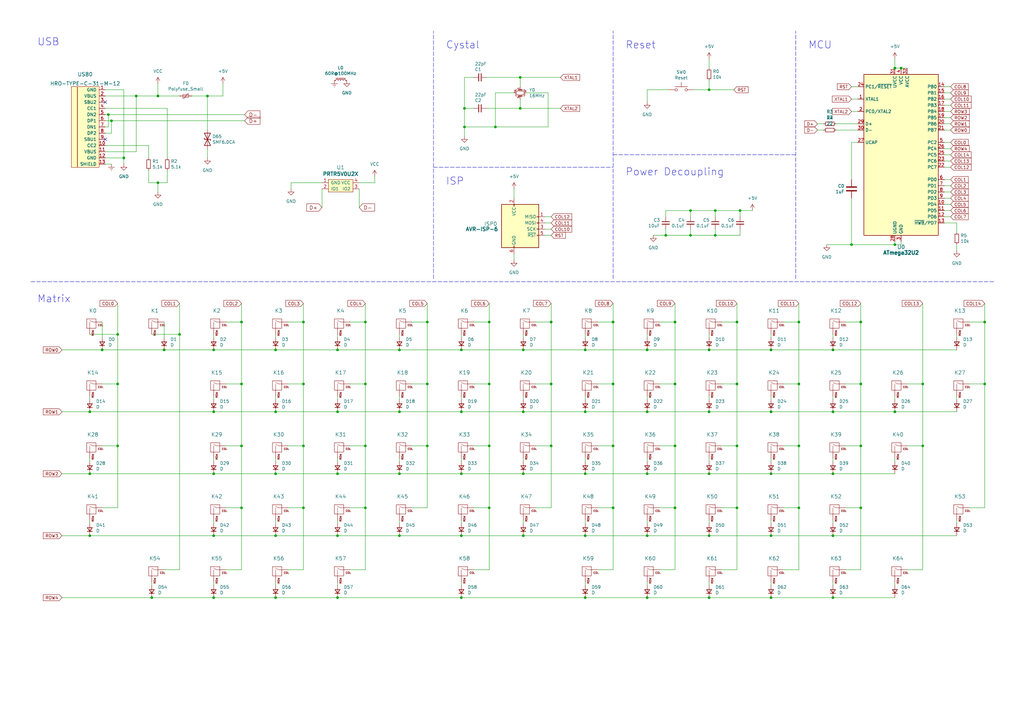
<source format=kicad_sch>
(kicad_sch (version 20211123) (generator eeschema)
  (paper "A3")
  (title_block (title "Exp60") (rev "1.0"))
  (junction (at 316.23 219.71))
  (junction (at 251.46 132.08))
  (junction (at 369.57 27.94))
  (junction (at 163.83 219.71))
  (junction (at 214.63 194.31))
  (junction (at 303.53 86.36))
  (junction (at 113.03 168.91))
  (junction (at 175.26 182.88))
  (junction (at 316.23 245.11))
  (junction (at 99.06 132.08))
  (junction (at 124.46 208.28))
  (junction (at 138.43 168.91))
  (junction (at 265.43 194.31))
  (junction (at 341.63 143.51))
  (junction (at 293.37 96.52))
  (junction (at 113.03 194.31))
  (junction (at 55.88 39.37))
  (junction (at 302.26 132.08))
  (junction (at 327.66 182.88))
  (junction (at 73.66 137.16))
  (junction (at 200.66 182.88))
  (junction (at 226.06 182.88))
  (junction (at 302.26 182.88))
  (junction (at 189.23 219.71))
  (junction (at 190.5 52.07))
  (junction (at 113.03 143.51))
  (junction (at 353.06 182.88))
  (junction (at 48.26 137.16))
  (junction (at 149.86 132.08))
  (junction (at 251.46 157.48))
  (junction (at 64.77 74.93))
  (junction (at 87.63 245.11))
  (junction (at 265.43 245.11))
  (junction (at 316.23 168.91))
  (junction (at 200.66 157.48))
  (junction (at 240.03 194.31))
  (junction (at 251.46 208.28))
  (junction (at 378.46 157.48))
  (junction (at 353.06 208.28))
  (junction (at 302.26 208.28))
  (junction (at 41.91 143.51))
  (junction (at 175.26 132.08))
  (junction (at 189.23 168.91))
  (junction (at 138.43 245.11))
  (junction (at 87.63 194.31))
  (junction (at 403.86 132.08))
  (junction (at 327.66 208.28))
  (junction (at 240.03 143.51))
  (junction (at 327.66 132.08))
  (junction (at 163.83 194.31))
  (junction (at 283.21 96.52))
  (junction (at 341.63 194.31))
  (junction (at 48.26 182.88))
  (junction (at 302.26 157.48))
  (junction (at 87.63 219.71))
  (junction (at 175.26 157.48))
  (junction (at 36.83 168.91))
  (junction (at 240.03 168.91))
  (junction (at 265.43 219.71))
  (junction (at 36.83 194.31))
  (junction (at 163.83 143.51))
  (junction (at 403.86 157.48))
  (junction (at 48.26 157.48))
  (junction (at 341.63 168.91))
  (junction (at 203.2 52.07))
  (junction (at 265.43 143.51))
  (junction (at 290.83 168.91))
  (junction (at 62.23 245.11))
  (junction (at 163.83 168.91))
  (junction (at 316.23 143.51))
  (junction (at 353.06 157.48))
  (junction (at 341.63 219.71))
  (junction (at 190.5 44.45))
  (junction (at 353.06 132.08))
  (junction (at 367.03 100.33))
  (junction (at 45.72 49.53))
  (junction (at 67.31 143.51))
  (junction (at 214.63 143.51))
  (junction (at 293.37 86.36))
  (junction (at 50.8 64.77))
  (junction (at 149.86 182.88))
  (junction (at 64.77 39.37))
  (junction (at 367.03 168.91))
  (junction (at 189.23 245.11))
  (junction (at 283.21 86.36))
  (junction (at 367.03 27.94))
  (junction (at 290.83 245.11))
  (junction (at 276.86 208.28))
  (junction (at 214.63 219.71))
  (junction (at 87.63 143.51))
  (junction (at 85.09 39.37))
  (junction (at 138.43 219.71))
  (junction (at 124.46 132.08))
  (junction (at 327.66 157.48))
  (junction (at 113.03 245.11))
  (junction (at 341.63 245.11))
  (junction (at 290.83 36.83))
  (junction (at 189.23 194.31))
  (junction (at 213.36 31.75))
  (junction (at 290.83 194.31))
  (junction (at 240.03 219.71))
  (junction (at 226.06 132.08))
  (junction (at 138.43 143.51))
  (junction (at 276.86 132.08))
  (junction (at 36.83 219.71))
  (junction (at 349.25 100.33))
  (junction (at 265.43 168.91))
  (junction (at 276.86 157.48))
  (junction (at 99.06 182.88))
  (junction (at 251.46 182.88))
  (junction (at 290.83 219.71))
  (junction (at 87.63 168.91))
  (junction (at 149.86 157.48))
  (junction (at 124.46 182.88))
  (junction (at 99.06 157.48))
  (junction (at 99.06 208.28))
  (junction (at 213.36 44.45))
  (junction (at 240.03 245.11))
  (junction (at 214.63 168.91))
  (junction (at 200.66 208.28))
  (junction (at 189.23 143.51))
  (junction (at 276.86 182.88))
  (junction (at 113.03 219.71))
  (junction (at 44.45 46.99))
  (junction (at 226.06 157.48))
  (junction (at 124.46 157.48))
  (junction (at 138.43 194.31))
  (junction (at 273.05 96.52))
  (junction (at 149.86 208.28))
  (junction (at 378.46 182.88))
  (junction (at 316.23 194.31))
  (junction (at 290.83 143.51))
  (junction (at 200.66 132.08))
  (no_connect (at 43.18 41.91))
  (no_connect (at 43.18 57.15))
  (wire (pts (xy 43.18 52.07) (xy 44.45 52.07)))
  (wire (pts (xy 327.66 208.28) (xy 327.66 182.88)))
  (wire (pts (xy 99.06 233.68) (xy 99.06 208.28)))
  (wire (pts (xy 346.71 208.28) (xy 353.06 208.28)))
  (wire (pts (xy 190.5 52.07) (xy 203.2 52.07)))
  (wire (pts (xy 87.63 245.11) (xy 113.03 245.11)))
  (wire (pts (xy 367.03 24.13) (xy 367.03 27.94)))
  (wire (pts (xy 149.86 182.88) (xy 149.86 157.48)))
  (wire (pts (xy 48.26 182.88) (xy 48.26 157.48)))
  (wire (pts (xy 92.71 208.28) (xy 99.06 208.28)))
  (wire (pts (xy 189.23 219.71) (xy 214.63 219.71)))
  (wire (pts (xy 341.63 187.96) (xy 341.63 189.23)))
  (wire (pts (xy 194.31 132.08) (xy 200.66 132.08)))
  (wire (pts (xy 199.39 44.45) (xy 213.36 44.45)))
  (wire (pts (xy 168.91 132.08) (xy 175.26 132.08)))
  (wire (pts (xy 303.53 96.52) (xy 303.53 93.98)))
  (wire (pts (xy 302.26 208.28) (xy 302.26 182.88)))
  (wire (pts (xy 223.52 91.44) (xy 226.06 91.44)))
  (wire (pts (xy 175.26 208.28) (xy 175.26 182.88)))
  (wire (pts (xy 36.83 162.56) (xy 36.83 163.83)))
  (wire (pts (xy 113.03 213.36) (xy 113.03 214.63)))
  (wire (pts (xy 290.83 33.02) (xy 290.83 36.83)))
  (wire (pts (xy 387.35 40.64) (xy 389.89 40.64)))
  (wire (pts (xy 87.63 187.96) (xy 87.63 189.23)))
  (wire (pts (xy 226.06 182.88) (xy 226.06 157.48)))
  (wire (pts (xy 276.86 208.28) (xy 276.86 182.88)))
  (wire (pts (xy 341.63 168.91) (xy 367.03 168.91)))
  (wire (pts (xy 387.35 78.74) (xy 389.89 78.74)))
  (wire (pts (xy 341.63 219.71) (xy 392.43 219.71)))
  (wire (pts (xy 265.43 213.36) (xy 265.43 214.63)))
  (wire (pts (xy 36.83 219.71) (xy 87.63 219.71)))
  (wire (pts (xy 327.66 233.68) (xy 327.66 208.28)))
  (wire (pts (xy 387.35 88.9) (xy 389.89 88.9)))
  (polyline (pts (xy 251.46 114.3) (xy 251.46 12.7)))
  (wire (pts (xy 290.83 137.16) (xy 290.83 138.43)))
  (wire (pts (xy 41.91 132.08) (xy 41.91 138.43)))
  (wire (pts (xy 387.35 48.26) (xy 389.89 48.26)))
  (wire (pts (xy 387.35 86.36) (xy 389.89 86.36)))
  (wire (pts (xy 224.79 38.1) (xy 215.9 38.1)))
  (wire (pts (xy 219.71 182.88) (xy 226.06 182.88)))
  (wire (pts (xy 327.66 182.88) (xy 327.66 157.48)))
  (wire (pts (xy 387.35 73.66) (xy 389.89 73.66)))
  (wire (pts (xy 349.25 58.42) (xy 349.25 73.66)))
  (wire (pts (xy 190.5 31.75) (xy 194.31 31.75)))
  (wire (pts (xy 387.35 68.58) (xy 389.89 68.58)))
  (wire (pts (xy 189.23 213.36) (xy 189.23 214.63)))
  (wire (pts (xy 43.18 62.23) (xy 55.88 62.23)))
  (wire (pts (xy 316.23 238.76) (xy 316.23 240.03)))
  (wire (pts (xy 302.26 182.88) (xy 302.26 157.48)))
  (wire (pts (xy 387.35 58.42) (xy 389.89 58.42)))
  (wire (pts (xy 316.23 137.16) (xy 316.23 138.43)))
  (wire (pts (xy 194.31 157.48) (xy 200.66 157.48)))
  (wire (pts (xy 163.83 187.96) (xy 163.83 189.23)))
  (wire (pts (xy 189.23 187.96) (xy 189.23 189.23)))
  (wire (pts (xy 265.43 143.51) (xy 290.83 143.51)))
  (wire (pts (xy 43.18 54.61) (xy 45.72 54.61)))
  (wire (pts (xy 327.66 124.46) (xy 327.66 132.08)))
  (wire (pts (xy 223.52 88.9) (xy 226.06 88.9)))
  (wire (pts (xy 48.26 208.28) (xy 48.26 182.88)))
  (wire (pts (xy 240.03 194.31) (xy 265.43 194.31)))
  (wire (pts (xy 353.06 124.46) (xy 353.06 132.08)))
  (wire (pts (xy 210.82 104.14) (xy 210.82 106.68)))
  (wire (pts (xy 143.51 208.28) (xy 149.86 208.28)))
  (wire (pts (xy 64.77 34.29) (xy 64.77 39.37)))
  (wire (pts (xy 378.46 233.68) (xy 378.46 182.88)))
  (wire (pts (xy 245.11 182.88) (xy 251.46 182.88)))
  (wire (pts (xy 64.77 78.74) (xy 64.77 74.93)))
  (wire (pts (xy 223.52 96.52) (xy 226.06 96.52)))
  (wire (pts (xy 341.63 162.56) (xy 341.63 163.83)))
  (wire (pts (xy 163.83 194.31) (xy 189.23 194.31)))
  (wire (pts (xy 25.4 245.11) (xy 62.23 245.11)))
  (wire (pts (xy 353.06 132.08) (xy 353.06 157.48)))
  (wire (pts (xy 124.46 132.08) (xy 124.46 157.48)))
  (wire (pts (xy 251.46 132.08) (xy 251.46 157.48)))
  (wire (pts (xy 290.83 36.83) (xy 300.99 36.83)))
  (wire (pts (xy 351.79 58.42) (xy 349.25 58.42)))
  (wire (pts (xy 367.03 27.94) (xy 369.57 27.94)))
  (wire (pts (xy 67.31 132.08) (xy 67.31 138.43)))
  (wire (pts (xy 124.46 208.28) (xy 124.46 182.88)))
  (wire (pts (xy 403.86 132.08) (xy 403.86 157.48)))
  (wire (pts (xy 251.46 124.46) (xy 251.46 132.08)))
  (wire (pts (xy 99.06 208.28) (xy 99.06 182.88)))
  (wire (pts (xy 214.63 168.91) (xy 240.03 168.91)))
  (wire (pts (xy 99.06 124.46) (xy 99.06 132.08)))
  (wire (pts (xy 214.63 137.16) (xy 214.63 138.43)))
  (wire (pts (xy 118.11 208.28) (xy 124.46 208.28)))
  (wire (pts (xy 240.03 143.51) (xy 265.43 143.51)))
  (wire (pts (xy 342.9 53.34) (xy 351.79 53.34)))
  (wire (pts (xy 67.31 233.68) (xy 73.66 233.68)))
  (wire (pts (xy 316.23 194.31) (xy 341.63 194.31)))
  (wire (pts (xy 78.74 39.37) (xy 85.09 39.37)))
  (wire (pts (xy 293.37 86.36) (xy 283.21 86.36)))
  (wire (pts (xy 68.58 64.77) (xy 68.58 44.45)))
  (wire (pts (xy 293.37 96.52) (xy 283.21 96.52)))
  (wire (pts (xy 99.06 132.08) (xy 99.06 157.48)))
  (wire (pts (xy 295.91 233.68) (xy 302.26 233.68)))
  (wire (pts (xy 214.63 219.71) (xy 240.03 219.71)))
  (wire (pts (xy 194.31 233.68) (xy 200.66 233.68)))
  (wire (pts (xy 87.63 213.36) (xy 87.63 214.63)))
  (wire (pts (xy 369.57 27.94) (xy 372.11 27.94)))
  (wire (pts (xy 25.4 168.91) (xy 36.83 168.91)))
  (wire (pts (xy 200.66 182.88) (xy 200.66 157.48)))
  (wire (pts (xy 113.03 194.31) (xy 138.43 194.31)))
  (wire (pts (xy 240.03 168.91) (xy 265.43 168.91)))
  (wire (pts (xy 369.57 100.33) (xy 367.03 100.33)))
  (wire (pts (xy 203.2 38.1) (xy 203.2 52.07)))
  (wire (pts (xy 60.96 64.77) (xy 60.96 59.69)))
  (wire (pts (xy 175.26 132.08) (xy 175.26 157.48)))
  (wire (pts (xy 251.46 208.28) (xy 251.46 182.88)))
  (wire (pts (xy 290.83 213.36) (xy 290.83 214.63)))
  (wire (pts (xy 341.63 194.31) (xy 367.03 194.31)))
  (wire (pts (xy 273.05 96.52) (xy 273.05 93.98)))
  (wire (pts (xy 226.06 124.46) (xy 226.06 132.08)))
  (wire (pts (xy 349.25 35.56) (xy 351.79 35.56)))
  (wire (pts (xy 265.43 137.16) (xy 265.43 138.43)))
  (wire (pts (xy 213.36 40.64) (xy 213.36 44.45)))
  (wire (pts (xy 265.43 36.83) (xy 265.43 41.91)))
  (wire (pts (xy 283.21 86.36) (xy 283.21 88.9)))
  (wire (pts (xy 138.43 245.11) (xy 189.23 245.11)))
  (wire (pts (xy 149.86 132.08) (xy 149.86 157.48)))
  (wire (pts (xy 25.4 219.71) (xy 36.83 219.71)))
  (wire (pts (xy 210.82 77.47) (xy 210.82 81.28)))
  (wire (pts (xy 189.23 143.51) (xy 214.63 143.51)))
  (wire (pts (xy 189.23 168.91) (xy 214.63 168.91)))
  (wire (pts (xy 353.06 233.68) (xy 353.06 208.28)))
  (wire (pts (xy 213.36 31.75) (xy 229.87 31.75)))
  (wire (pts (xy 87.63 162.56) (xy 87.63 163.83)))
  (wire (pts (xy 43.18 44.45) (xy 68.58 44.45)))
  (wire (pts (xy 189.23 162.56) (xy 189.23 163.83)))
  (wire (pts (xy 36.83 213.36) (xy 36.83 214.63)))
  (wire (pts (xy 43.18 36.83) (xy 50.8 36.83)))
  (wire (pts (xy 44.45 46.99) (xy 100.33 46.99)))
  (wire (pts (xy 36.83 194.31) (xy 87.63 194.31)))
  (wire (pts (xy 213.36 31.75) (xy 213.36 35.56)))
  (wire (pts (xy 273.05 86.36) (xy 273.05 88.9)))
  (wire (pts (xy 397.51 208.28) (xy 403.86 208.28)))
  (wire (pts (xy 92.71 182.88) (xy 99.06 182.88)))
  (wire (pts (xy 199.39 31.75) (xy 213.36 31.75)))
  (wire (pts (xy 265.43 36.83) (xy 274.32 36.83)))
  (wire (pts (xy 87.63 238.76) (xy 87.63 240.03)))
  (wire (pts (xy 290.83 194.31) (xy 316.23 194.31)))
  (wire (pts (xy 295.91 132.08) (xy 302.26 132.08)))
  (wire (pts (xy 48.26 137.16) (xy 48.26 157.48)))
  (wire (pts (xy 387.35 63.5) (xy 389.89 63.5)))
  (wire (pts (xy 349.25 81.28) (xy 349.25 100.33)))
  (wire (pts (xy 189.23 194.31) (xy 214.63 194.31)))
  (wire (pts (xy 64.77 74.93) (xy 60.96 74.93)))
  (wire (pts (xy 276.86 124.46) (xy 276.86 132.08)))
  (wire (pts (xy 36.83 137.16) (xy 48.26 137.16)))
  (wire (pts (xy 143.51 182.88) (xy 149.86 182.88)))
  (wire (pts (xy 392.43 91.44) (xy 392.43 95.25)))
  (wire (pts (xy 308.61 86.36) (xy 303.53 86.36)))
  (wire (pts (xy 200.66 208.28) (xy 200.66 182.88)))
  (wire (pts (xy 138.43 194.31) (xy 163.83 194.31)))
  (wire (pts (xy 378.46 124.46) (xy 378.46 157.48)))
  (wire (pts (xy 138.43 137.16) (xy 138.43 138.43)))
  (wire (pts (xy 265.43 238.76) (xy 265.43 240.03)))
  (wire (pts (xy 138.43 143.51) (xy 163.83 143.51)))
  (wire (pts (xy 270.51 157.48) (xy 276.86 157.48)))
  (wire (pts (xy 147.32 85.09) (xy 147.32 77.47)))
  (wire (pts (xy 226.06 132.08) (xy 226.06 157.48)))
  (wire (pts (xy 265.43 219.71) (xy 290.83 219.71)))
  (polyline (pts (xy 177.8 114.3) (xy 177.8 12.7)))
  (wire (pts (xy 85.09 53.34) (xy 85.09 39.37)))
  (wire (pts (xy 194.31 208.28) (xy 200.66 208.28)))
  (wire (pts (xy 149.86 233.68) (xy 149.86 208.28)))
  (wire (pts (xy 67.31 143.51) (xy 87.63 143.51)))
  (wire (pts (xy 372.11 157.48) (xy 378.46 157.48)))
  (wire (pts (xy 41.91 157.48) (xy 48.26 157.48)))
  (wire (pts (xy 367.03 187.96) (xy 367.03 189.23)))
  (wire (pts (xy 303.53 96.52) (xy 293.37 96.52)))
  (wire (pts (xy 113.03 219.71) (xy 138.43 219.71)))
  (wire (pts (xy 163.83 162.56) (xy 163.83 163.83)))
  (wire (pts (xy 387.35 83.82) (xy 389.89 83.82)))
  (wire (pts (xy 316.23 162.56) (xy 316.23 163.83)))
  (wire (pts (xy 303.53 86.36) (xy 293.37 86.36)))
  (wire (pts (xy 302.26 233.68) (xy 302.26 208.28)))
  (wire (pts (xy 341.63 143.51) (xy 392.43 143.51)))
  (wire (pts (xy 387.35 76.2) (xy 389.89 76.2)))
  (wire (pts (xy 284.48 36.83) (xy 290.83 36.83)))
  (wire (pts (xy 290.83 219.71) (xy 316.23 219.71)))
  (wire (pts (xy 240.03 162.56) (xy 240.03 163.83)))
  (wire (pts (xy 276.86 182.88) (xy 276.86 157.48)))
  (wire (pts (xy 45.72 49.53) (xy 100.33 49.53)))
  (wire (pts (xy 346.71 132.08) (xy 353.06 132.08)))
  (wire (pts (xy 50.8 67.31) (xy 50.8 64.77)))
  (wire (pts (xy 168.91 157.48) (xy 175.26 157.48)))
  (wire (pts (xy 392.43 213.36) (xy 392.43 214.63)))
  (wire (pts (xy 226.06 208.28) (xy 226.06 182.88)))
  (wire (pts (xy 341.63 245.11) (xy 367.03 245.11)))
  (wire (pts (xy 224.79 38.1) (xy 224.79 52.07)))
  (wire (pts (xy 85.09 64.77) (xy 85.09 60.96)))
  (wire (pts (xy 321.31 132.08) (xy 327.66 132.08)))
  (wire (pts (xy 163.83 219.71) (xy 189.23 219.71)))
  (wire (pts (xy 387.35 66.04) (xy 389.89 66.04)))
  (wire (pts (xy 189.23 238.76) (xy 189.23 240.03)))
  (wire (pts (xy 124.46 233.68) (xy 124.46 208.28)))
  (wire (pts (xy 341.63 238.76) (xy 341.63 240.03)))
  (wire (pts (xy 163.83 213.36) (xy 163.83 214.63)))
  (wire (pts (xy 43.18 67.31) (xy 45.72 67.31)))
  (wire (pts (xy 245.11 233.68) (xy 251.46 233.68)))
  (wire (pts (xy 138.43 168.91) (xy 163.83 168.91)))
  (wire (pts (xy 189.23 137.16) (xy 189.23 138.43)))
  (wire (pts (xy 190.5 44.45) (xy 194.31 44.45)))
  (wire (pts (xy 214.63 194.31) (xy 240.03 194.31)))
  (wire (pts (xy 303.53 86.36) (xy 303.53 88.9)))
  (wire (pts (xy 387.35 38.1) (xy 389.89 38.1)))
  (wire (pts (xy 316.23 168.91) (xy 341.63 168.91)))
  (polyline (pts (xy 177.8 68.58) (xy 251.46 68.58)))
  (wire (pts (xy 143.51 157.48) (xy 149.86 157.48)))
  (wire (pts (xy 349.25 45.72) (xy 351.79 45.72)))
  (wire (pts (xy 124.46 182.88) (xy 124.46 157.48)))
  (wire (pts (xy 321.31 233.68) (xy 327.66 233.68)))
  (wire (pts (xy 367.03 162.56) (xy 367.03 163.83)))
  (wire (pts (xy 316.23 143.51) (xy 341.63 143.51)))
  (wire (pts (xy 175.26 182.88) (xy 175.26 157.48)))
  (wire (pts (xy 190.5 31.75) (xy 190.5 44.45)))
  (wire (pts (xy 43.18 64.77) (xy 50.8 64.77)))
  (wire (pts (xy 290.83 187.96) (xy 290.83 189.23)))
  (wire (pts (xy 283.21 96.52) (xy 283.21 93.98)))
  (wire (pts (xy 85.09 39.37) (xy 91.44 39.37)))
  (wire (pts (xy 214.63 187.96) (xy 214.63 189.23)))
  (wire (pts (xy 168.91 208.28) (xy 175.26 208.28)))
  (wire (pts (xy 290.83 24.13) (xy 290.83 27.94)))
  (wire (pts (xy 265.43 187.96) (xy 265.43 189.23)))
  (wire (pts (xy 149.86 124.46) (xy 149.86 132.08)))
  (wire (pts (xy 295.91 157.48) (xy 302.26 157.48)))
  (wire (pts (xy 392.43 162.56) (xy 392.43 163.83)))
  (wire (pts (xy 240.03 213.36) (xy 240.03 214.63)))
  (polyline (pts (xy 326.39 114.3) (xy 326.39 12.7)))
  (wire (pts (xy 397.51 157.48) (xy 403.86 157.48)))
  (wire (pts (xy 392.43 100.33) (xy 392.43 102.87)))
  (wire (pts (xy 50.8 36.83) (xy 50.8 64.77)))
  (wire (pts (xy 118.11 182.88) (xy 124.46 182.88)))
  (wire (pts (xy 43.18 39.37) (xy 55.88 39.37)))
  (wire (pts (xy 392.43 91.44) (xy 387.35 91.44)))
  (wire (pts (xy 316.23 245.11) (xy 341.63 245.11)))
  (wire (pts (xy 190.5 44.45) (xy 190.5 52.07)))
  (wire (pts (xy 346.71 157.48) (xy 353.06 157.48)))
  (wire (pts (xy 214.63 162.56) (xy 214.63 163.83)))
  (wire (pts (xy 290.83 245.11) (xy 316.23 245.11)))
  (wire (pts (xy 245.11 208.28) (xy 251.46 208.28)))
  (wire (pts (xy 392.43 137.16) (xy 392.43 138.43)))
  (wire (pts (xy 372.11 182.88) (xy 378.46 182.88)))
  (wire (pts (xy 219.71 208.28) (xy 226.06 208.28)))
  (wire (pts (xy 163.83 143.51) (xy 189.23 143.51)))
  (wire (pts (xy 265.43 194.31) (xy 290.83 194.31)))
  (wire (pts (xy 387.35 50.8) (xy 389.89 50.8)))
  (wire (pts (xy 335.28 50.8) (xy 337.82 50.8)))
  (wire (pts (xy 240.03 137.16) (xy 240.03 138.43)))
  (wire (pts (xy 132.08 85.09) (xy 132.08 77.47)))
  (wire (pts (xy 270.51 233.68) (xy 276.86 233.68)))
  (wire (pts (xy 387.35 60.96) (xy 389.89 60.96)))
  (wire (pts (xy 372.11 233.68) (xy 378.46 233.68)))
  (wire (pts (xy 295.91 182.88) (xy 302.26 182.88)))
  (wire (pts (xy 240.03 238.76) (xy 240.03 240.03)))
  (wire (pts (xy 276.86 233.68) (xy 276.86 208.28)))
  (wire (pts (xy 119.38 74.93) (xy 132.08 74.93)))
  (wire (pts (xy 43.18 59.69) (xy 60.96 59.69)))
  (wire (pts (xy 62.23 245.11) (xy 87.63 245.11)))
  (wire (pts (xy 273.05 96.52) (xy 267.97 96.52)))
  (wire (pts (xy 245.11 157.48) (xy 251.46 157.48)))
  (wire (pts (xy 339.09 100.33) (xy 349.25 100.33)))
  (wire (pts (xy 327.66 132.08) (xy 327.66 157.48)))
  (wire (pts (xy 240.03 187.96) (xy 240.03 189.23)))
  (wire (pts (xy 295.91 208.28) (xy 302.26 208.28)))
  (wire (pts (xy 55.88 39.37) (xy 55.88 62.23)))
  (wire (pts (xy 87.63 168.91) (xy 113.03 168.91)))
  (wire (pts (xy 346.71 233.68) (xy 353.06 233.68)))
  (wire (pts (xy 203.2 52.07) (xy 224.79 52.07)))
  (wire (pts (xy 60.96 74.93) (xy 60.96 69.85)))
  (wire (pts (xy 276.86 132.08) (xy 276.86 157.48)))
  (wire (pts (xy 143.51 233.68) (xy 149.86 233.68)))
  (wire (pts (xy 87.63 143.51) (xy 113.03 143.51)))
  (wire (pts (xy 378.46 182.88) (xy 378.46 157.48)))
  (wire (pts (xy 113.03 137.16) (xy 113.03 138.43)))
  (wire (pts (xy 387.35 45.72) (xy 389.89 45.72)))
  (wire (pts (xy 290.83 168.91) (xy 316.23 168.91)))
  (wire (pts (xy 113.03 245.11) (xy 138.43 245.11)))
  (wire (pts (xy 200.66 124.46) (xy 200.66 132.08)))
  (wire (pts (xy 321.31 208.28) (xy 327.66 208.28)))
  (wire (pts (xy 41.91 208.28) (xy 48.26 208.28)))
  (wire (pts (xy 219.71 132.08) (xy 226.06 132.08)))
  (wire (pts (xy 240.03 245.11) (xy 265.43 245.11)))
  (wire (pts (xy 87.63 219.71) (xy 113.03 219.71)))
  (wire (pts (xy 113.03 143.51) (xy 138.43 143.51)))
  (wire (pts (xy 113.03 238.76) (xy 113.03 240.03)))
  (wire (pts (xy 119.38 77.47) (xy 119.38 74.93)))
  (wire (pts (xy 245.11 132.08) (xy 251.46 132.08)))
  (wire (pts (xy 341.63 213.36) (xy 341.63 214.63)))
  (wire (pts (xy 265.43 168.91) (xy 290.83 168.91)))
  (wire (pts (xy 213.36 44.45) (xy 229.87 44.45)))
  (wire (pts (xy 36.83 168.91) (xy 87.63 168.91)))
  (wire (pts (xy 175.26 124.46) (xy 175.26 132.08)))
  (wire (pts (xy 45.72 54.61) (xy 45.72 49.53)))
  (wire (pts (xy 265.43 245.11) (xy 290.83 245.11)))
  (wire (pts (xy 397.51 132.08) (xy 403.86 132.08)))
  (wire (pts (xy 113.03 187.96) (xy 113.03 189.23)))
  (wire (pts (xy 113.03 162.56) (xy 113.03 163.83)))
  (wire (pts (xy 302.26 124.46) (xy 302.26 132.08)))
  (wire (pts (xy 163.83 137.16) (xy 163.83 138.43)))
  (wire (pts (xy 321.31 182.88) (xy 327.66 182.88)))
  (wire (pts (xy 316.23 187.96) (xy 316.23 189.23)))
  (wire (pts (xy 335.28 53.34) (xy 337.82 53.34)))
  (wire (pts (xy 369.57 99.06) (xy 369.57 100.33)))
  (wire (pts (xy 290.83 162.56) (xy 290.83 163.83)))
  (wire (pts (xy 43.18 49.53) (xy 45.72 49.53)))
  (wire (pts (xy 403.86 124.46) (xy 403.86 132.08)))
  (wire (pts (xy 153.67 72.39) (xy 153.67 74.93)))
  (wire (pts (xy 200.66 132.08) (xy 200.66 157.48)))
  (wire (pts (xy 62.23 137.16) (xy 73.66 137.16)))
  (wire (pts (xy 367.03 99.06) (xy 367.03 100.33)))
  (wire (pts (xy 200.66 233.68) (xy 200.66 208.28)))
  (wire (pts (xy 342.9 50.8) (xy 351.79 50.8)))
  (wire (pts (xy 214.63 143.51) (xy 240.03 143.51)))
  (wire (pts (xy 91.44 34.29) (xy 91.44 39.37)))
  (polyline (pts (xy 12.7 115.57) (xy 407.67 115.57)))
  (wire (pts (xy 302.26 132.08) (xy 302.26 157.48)))
  (wire (pts (xy 113.03 168.91) (xy 138.43 168.91)))
  (wire (pts (xy 73.66 137.16) (xy 73.66 233.68)))
  (wire (pts (xy 316.23 219.71) (xy 341.63 219.71)))
  (wire (pts (xy 149.86 208.28) (xy 149.86 182.88)))
  (wire (pts (xy 68.58 74.93) (xy 68.58 69.85)))
  (wire (pts (xy 92.71 233.68) (xy 99.06 233.68)))
  (wire (pts (xy 87.63 194.31) (xy 113.03 194.31)))
  (wire (pts (xy 219.71 157.48) (xy 226.06 157.48)))
  (wire (pts (xy 43.18 46.99) (xy 44.45 46.99)))
  (wire (pts (xy 223.52 93.98) (xy 226.06 93.98)))
  (wire (pts (xy 387.35 43.18) (xy 389.89 43.18)))
  (wire (pts (xy 138.43 162.56) (xy 138.43 163.83)))
  (wire (pts (xy 87.63 137.16) (xy 87.63 138.43)))
  (wire (pts (xy 73.66 124.46) (xy 73.66 137.16)))
  (wire (pts (xy 293.37 96.52) (xy 293.37 93.98)))
  (wire (pts (xy 367.03 100.33) (xy 349.25 100.33)))
  (wire (pts (xy 92.71 132.08) (xy 99.06 132.08)))
  (wire (pts (xy 124.46 124.46) (xy 124.46 132.08)))
  (wire (pts (xy 118.11 157.48) (xy 124.46 157.48)))
  (wire (pts (xy 367.03 238.76) (xy 367.03 240.03)))
  (wire (pts (xy 138.43 238.76) (xy 138.43 240.03)))
  (polyline (pts (xy 251.46 63.5) (xy 326.39 63.5)))
  (wire (pts (xy 168.91 182.88) (xy 175.26 182.88)))
  (wire (pts (xy 270.51 182.88) (xy 276.86 182.88)))
  (wire (pts (xy 138.43 187.96) (xy 138.43 189.23)))
  (wire (pts (xy 270.51 208.28) (xy 276.86 208.28)))
  (wire (pts (xy 341.63 137.16) (xy 341.63 138.43)))
  (wire (pts (xy 351.79 40.64) (xy 349.25 40.64)))
  (wire (pts (xy 163.83 168.91) (xy 189.23 168.91)))
  (wire (pts (xy 48.26 124.46) (xy 48.26 137.16)))
  (wire (pts (xy 64.77 39.37) (xy 73.66 39.37)))
  (wire (pts (xy 203.2 38.1) (xy 210.82 38.1)))
  (wire (pts (xy 240.03 219.71) (xy 265.43 219.71)))
  (wire (pts (xy 346.71 182.88) (xy 353.06 182.88)))
  (wire (pts (xy 290.83 238.76) (xy 290.83 240.03)))
  (wire (pts (xy 353.06 182.88) (xy 353.06 157.48)))
  (wire (pts (xy 265.43 162.56) (xy 265.43 163.83)))
  (wire (pts (xy 190.5 55.88) (xy 190.5 52.07)))
  (wire (pts (xy 92.71 157.48) (xy 99.06 157.48)))
  (wire (pts (xy 36.83 187.96) (xy 36.83 189.23)))
  (wire (pts (xy 283.21 86.36) (xy 273.05 86.36)))
  (wire (pts (xy 64.77 74.93) (xy 68.58 74.93)))
  (wire (pts (xy 138.43 219.71) (xy 163.83 219.71)))
  (wire (pts (xy 387.35 35.56) (xy 389.89 35.56)))
  (wire (pts (xy 55.88 39.37) (xy 64.77 39.37)))
  (wire (pts (xy 25.4 194.31) (xy 36.83 194.31)))
  (wire (pts (xy 147.32 74.93) (xy 153.67 74.93)))
  (wire (pts (xy 353.06 208.28) (xy 353.06 182.88)))
  (wire (pts (xy 118.11 132.08) (xy 124.46 132.08)))
  (wire (pts (xy 44.45 46.99) (xy 44.45 52.07)))
  (wire (pts (xy 387.35 53.34) (xy 389.89 53.34)))
  (wire (pts (xy 118.11 233.68) (xy 124.46 233.68)))
  (wire (pts (xy 41.91 143.51) (xy 67.31 143.51)))
  (wire (pts (xy 138.43 213.36) (xy 138.43 214.63)))
  (wire (pts (xy 251.46 233.68) (xy 251.46 208.28)))
  (wire (pts (xy 387.35 81.28) (xy 389.89 81.28)))
  (wire (pts (xy 321.31 157.48) (xy 327.66 157.48)))
  (wire (pts (xy 293.37 86.36) (xy 293.37 88.9)))
  (wire (pts (xy 41.91 182.88) (xy 48.26 182.88)))
  (wire (pts (xy 214.63 213.36) (xy 214.63 214.63)))
  (wire (pts (xy 367.03 168.91) (xy 392.43 168.91)))
  (wire (pts (xy 270.51 132.08) (xy 276.86 132.08)))
  (wire (pts (xy 62.23 238.76) (xy 62.23 240.03)))
  (wire (pts (xy 99.06 182.88) (xy 99.06 157.48)))
  (wire (pts (xy 251.46 182.88) (xy 251.46 157.48)))
  (wire (pts (xy 290.83 143.51) (xy 316.23 143.51)))
  (wire (pts (xy 25.4 143.51) (xy 41.91 143.51)))
  (wire (pts (xy 283.21 96.52) (xy 273.05 96.52)))
  (wire (pts (xy 143.51 132.08) (xy 149.86 132.08)))
  (wire (pts (xy 194.31 182.88) (xy 200.66 182.88)))
  (wire (pts (xy 403.86 208.28) (xy 403.86 157.48)))
  (wire (pts (xy 316.23 213.36) (xy 316.23 214.63)))
  (wire (pts (xy 189.23 245.11) (xy 240.03 245.11)))
  (text "USB" (at 15.24 19.05 0) (effects (font (size 3 3)) (justify left bottom)))
  (text "Power Decoupling" (at 256.54 72.39 0) (effects (font (size 3 3)) (justify left bottom)))
  (text "Cystal" (at 182.88 20.32 0) (effects (font (size 3 3)) (justify left bottom)))
  (text "Matrix" (at 15.24 124.46 0) (effects (font (size 3 3)) (justify left bottom)))
  (text "ISP" (at 182.88 76.2 0) (effects (font (size 3 3)) (justify left bottom)))
  (text "Reset" (at 256.54 20.32 0) (effects (font (size 3 3)) (justify left bottom)))
  (text "MCU" (at 331.47 20.32 0) (effects (font (size 3 3)) (justify left bottom)))
  (global_label "COL11" (shape input) (at 226.06 91.44 0) (property "Intersheet References" "${INTERSHEET_REFS}" (effects hide)))
  (global_label "COL10" (shape input) (at 302.26 124.46 180) (property "Intersheet References" "${INTERSHEET_REFS}" (effects hide)))
  (global_label "COL8" (shape input) (at 251.46 124.46 180) (property "Intersheet References" "${INTERSHEET_REFS}" (effects hide)))
  (global_label "COL5" (shape input) (at 175.26 124.46 180) (property "Intersheet References" "${INTERSHEET_REFS}" (effects hide)))
  (global_label "COL7" (shape input) (at 389.89 88.9 0) (property "Intersheet References" "${INTERSHEET_REFS}" (effects hide)))
  (global_label "D+" (shape input) (at 100.33 49.53 0) (effects (font (size 1.524 1.524))) (property "Intersheet References" "${INTERSHEET_REFS}" (effects hide)))
  (global_label "COL0" (shape input) (at 389.89 58.42 0) (property "Intersheet References" "${INTERSHEET_REFS}" (effects hide)))
  (global_label "ROW2" (shape input) (at 389.89 48.26 0) (property "Intersheet References" "${INTERSHEET_REFS}" (effects hide)))
  (global_label "COL2" (shape input) (at 389.89 76.2 0) (property "Intersheet References" "${INTERSHEET_REFS}" (effects hide)))
  (global_label "COL11" (shape input) (at 327.66 124.46 180) (property "Intersheet References" "${INTERSHEET_REFS}" (effects hide)))
  (global_label "COL10" (shape input) (at 226.06 93.98 0) (property "Intersheet References" "${INTERSHEET_REFS}" (effects hide)))
  (global_label "XTAL1" (shape input) (at 349.25 40.64 180) (property "Intersheet References" "${INTERSHEET_REFS}" (effects hide)))
  (global_label "COL1" (shape input) (at 389.89 73.66 0) (property "Intersheet References" "${INTERSHEET_REFS}" (effects hide)))
  (global_label "COL11" (shape input) (at 389.89 43.18 0) (property "Intersheet References" "${INTERSHEET_REFS}" (effects hide)))
  (global_label "COL13" (shape input) (at 378.46 124.46 180) (property "Intersheet References" "${INTERSHEET_REFS}" (effects hide)))
  (global_label "COL3" (shape input) (at 124.46 124.46 180) (property "Intersheet References" "${INTERSHEET_REFS}" (effects hide)))
  (global_label "COL8" (shape input) (at 389.89 35.56 0) (property "Intersheet References" "${INTERSHEET_REFS}" (effects hide)))
  (global_label "RST" (shape input) (at 300.99 36.83 0) (property "Intersheet References" "${INTERSHEET_REFS}" (effects hide)))
  (global_label "COL6" (shape input) (at 200.66 124.46 180) (property "Intersheet References" "${INTERSHEET_REFS}" (effects hide)))
  (global_label "COL6" (shape input) (at 389.89 86.36 0) (property "Intersheet References" "${INTERSHEET_REFS}" (effects hide)))
  (global_label "ROW3" (shape input) (at 25.4 219.71 180) (property "Intersheet References" "${INTERSHEET_REFS}" (effects hide)))
  (global_label "ROW1" (shape input) (at 25.4 168.91 180) (property "Intersheet References" "${INTERSHEET_REFS}" (effects hide)))
  (global_label "XTAL2" (shape input) (at 229.87 44.45 0) (property "Intersheet References" "${INTERSHEET_REFS}" (effects hide)))
  (global_label "COL14" (shape input) (at 403.86 124.46 180) (property "Intersheet References" "${INTERSHEET_REFS}" (effects hide)))
  (global_label "COL13" (shape input) (at 389.89 66.04 0) (property "Intersheet References" "${INTERSHEET_REFS}" (effects hide)))
  (global_label "RST" (shape input) (at 226.06 96.52 0) (property "Intersheet References" "${INTERSHEET_REFS}" (effects hide)))
  (global_label "RST" (shape input) (at 349.25 35.56 180) (property "Intersheet References" "${INTERSHEET_REFS}" (effects hide)))
  (global_label "D-" (shape input) (at 335.28 53.34 180) (property "Intersheet References" "${INTERSHEET_REFS}" (effects hide)))
  (global_label "ROW4" (shape input) (at 389.89 60.96 0) (property "Intersheet References" "${INTERSHEET_REFS}" (effects hide)))
  (global_label "D-" (shape input) (at 100.33 46.99 0) (effects (font (size 1.524 1.524))) (property "Intersheet References" "${INTERSHEET_REFS}" (effects hide)))
  (global_label "COL12" (shape input) (at 226.06 88.9 0) (property "Intersheet References" "${INTERSHEET_REFS}" (effects hide)))
  (global_label "COL0" (shape input) (at 48.26 124.46 180) (property "Intersheet References" "${INTERSHEET_REFS}" (effects hide)))
  (global_label "COL9" (shape input) (at 389.89 38.1 0) (property "Intersheet References" "${INTERSHEET_REFS}" (effects hide)))
  (global_label "ROW0" (shape input) (at 389.89 53.34 0) (property "Intersheet References" "${INTERSHEET_REFS}" (effects hide)))
  (global_label "ROW4" (shape input) (at 25.4 245.11 180) (property "Intersheet References" "${INTERSHEET_REFS}" (effects hide)))
  (global_label "COL1" (shape input) (at 73.66 124.46 180) (property "Intersheet References" "${INTERSHEET_REFS}" (effects hide)))
  (global_label "COL12" (shape input) (at 389.89 68.58 0) (property "Intersheet References" "${INTERSHEET_REFS}" (effects hide)))
  (global_label "XTAL1" (shape input) (at 229.87 31.75 0) (property "Intersheet References" "${INTERSHEET_REFS}" (effects hide)))
  (global_label "D+" (shape input) (at 132.08 85.09 180) (effects (font (size 1.524 1.524))) (property "Intersheet References" "${INTERSHEET_REFS}" (effects hide)))
  (global_label "COL3" (shape input) (at 389.89 78.74 0) (property "Intersheet References" "${INTERSHEET_REFS}" (effects hide)))
  (global_label "D-" (shape input) (at 147.32 85.09 0) (effects (font (size 1.524 1.524))) (property "Intersheet References" "${INTERSHEET_REFS}" (effects hide)))
  (global_label "COL7" (shape input) (at 226.06 124.46 180) (property "Intersheet References" "${INTERSHEET_REFS}" (effects hide)))
  (global_label "COL10" (shape input) (at 389.89 40.64 0) (property "Intersheet References" "${INTERSHEET_REFS}" (effects hide)))
  (global_label "D+" (shape input) (at 335.28 50.8 180) (property "Intersheet References" "${INTERSHEET_REFS}" (effects hide)))
  (global_label "ROW3" (shape input) (at 389.89 45.72 0) (property "Intersheet References" "${INTERSHEET_REFS}" (effects hide)))
  (global_label "COL5" (shape input) (at 389.89 83.82 0) (property "Intersheet References" "${INTERSHEET_REFS}" (effects hide)))
  (global_label "COL9" (shape input) (at 276.86 124.46 180) (property "Intersheet References" "${INTERSHEET_REFS}" (effects hide)))
  (global_label "COL14" (shape input) (at 389.89 63.5 0) (property "Intersheet References" "${INTERSHEET_REFS}" (effects hide)))
  (global_label "COL12" (shape input) (at 353.06 124.46 180) (property "Intersheet References" "${INTERSHEET_REFS}" (effects hide)))
  (global_label "COL2" (shape input) (at 99.06 124.46 180) (property "Intersheet References" "${INTERSHEET_REFS}" (effects hide)))
  (global_label "ROW2" (shape input) (at 25.4 194.31 180) (property "Intersheet References" "${INTERSHEET_REFS}" (effects hide)))
  (global_label "ROW0" (shape input) (at 25.4 143.51 180) (property "Intersheet References" "${INTERSHEET_REFS}" (effects hide)))
  (global_label "COL4" (shape input) (at 149.86 124.46 180) (property "Intersheet References" "${INTERSHEET_REFS}" (effects hide)))
  (global_label "ROW1" (shape input) (at 389.89 50.8 0) (property "Intersheet References" "${INTERSHEET_REFS}" (effects hide)))
  (global_label "XTAL2" (shape input) (at 349.25 45.72 180) (property "Intersheet References" "${INTERSHEET_REFS}" (effects hide)))
  (global_label "COL4" (shape input) (at 389.89 81.28 0) (property "Intersheet References" "${INTERSHEET_REFS}" (effects hide)))
  (symbol (lib_id "Device:D_Small") (at 113.03 140.97 90) (unit 1)
    (property "Reference" "D3" (at 115.57 139.192 90) (effects (justify right)))
    (property "Value" "D" (at 115.57 141.478 90) (effects (justify right)))
    (property "Footprint" "Diode_SMD:D_SOD-123" (effects hide))
  )
  (symbol (lib_id "Device:D_Small") (at 290.83 140.97 90) (unit 1)
    (property "Reference" "D10" (at 293.37 139.192 90) (effects (justify right)))
    (property "Value" "D" (at 293.37 141.478 90) (effects (justify right)))
    (property "Footprint" "Diode_SMD:D_SOD-123" (effects hide))
  )
  (symbol (lib_id "Device:D_Small") (at 316.23 191.77 90) (unit 1)
    (property "Reference" "D38" (at 318.77 189.992 90) (effects (justify right)))
    (property "Value" "D" (at 318.77 192.278 90) (effects (justify right)))
    (property "Footprint" "Diode_SMD:D_SOD-123" (effects hide))
  )
  (symbol (lib_id "MX_Alps_Hybrid:MX-NoLED") (at 292.1 209.55 0) (unit 1) (in_bom no)
    (property "Reference" "K50" (at 292.1 203.6318 0) (effects (font (size 1.524 1.524))))
    (property "Value" "KEYSW" (effects hide))
    (property "Footprint" "MX_Only:MXOnly-1U-Hotswap" (effects hide))
  )
  (symbol (lib_id "MX_Alps_Hybrid:MX-NoLED") (at 114.3 234.95 0) (unit 1) (in_bom no)
    (property "Reference" "K56" (at 114.3 229.0318 0) (effects (font (size 1.524 1.524))))
    (property "Value" "KEYSW" (effects hide))
    (property "Footprint" "MX_Only:MXOnly-1U-Hotswap" (effects hide))
  )
  (symbol (lib_id "MX_Alps_Hybrid:MX-NoLED") (at 165.1 209.55 0) (unit 1) (in_bom no)
    (property "Reference" "K45" (at 165.1 203.6318 0) (effects (font (size 1.524 1.524))))
    (property "Value" "KEYSW" (effects hide))
    (property "Footprint" "MX_Only:MXOnly-1U-Hotswap" (effects hide))
  )
  (symbol (lib_id "Device:D_Small") (at 214.63 217.17 90) (unit 1)
    (property "Reference" "D47" (at 217.17 215.392 90) (effects (justify right)))
    (property "Value" "D" (at 217.17 217.678 90) (effects (justify right)))
    (property "Footprint" "Diode_SMD:D_SOD-123" (effects hide))
  )
  (symbol (lib_id "Device:D_Small") (at 138.43 191.77 90) (unit 1)
    (property "Reference" "D31" (at 140.97 189.992 90) (effects (justify right)))
    (property "Value" "D" (at 140.97 192.278 90) (effects (justify right)))
    (property "Footprint" "Diode_SMD:D_SOD-123" (effects hide))
  )
  (symbol (lib_id "power:GND") (at 142.24 33.02 0) (unit 1)
    (property "Reference" "#PWR0103" (effects hide))
    (property "Value" "GND" (at 142.24 38.1 0))
  )
  (symbol (lib_id "Device:D_Small") (at 290.83 166.37 90) (unit 1)
    (property "Reference" "D23" (at 293.37 164.592 90) (effects (justify right)))
    (property "Value" "D" (at 293.37 166.878 90) (effects (justify right)))
    (property "Footprint" "Diode_SMD:D_SOD-123" (effects hide))
  )
  (symbol (lib_id "Device:D_Small") (at 316.23 217.17 90) (unit 1)
    (property "Reference" "D51" (at 318.77 215.392 90) (effects (justify right)))
    (property "Value" "D" (at 318.77 217.678 90) (effects (justify right)))
    (property "Footprint" "Diode_SMD:D_SOD-123" (effects hide))
  )
  (symbol (lib_id "Device:C_Small") (at 273.05 91.44 0) (mirror y) (unit 1)
    (property "Reference" "C3" (at 270.7132 90.2716 0) (effects (justify left)))
    (property "Value" "10uF" (at 270.7132 92.583 0) (effects (justify left)))
    (property "Footprint" "Capacitor_SMD:C_0805_2012Metric" (effects hide))
  )
  (symbol (lib_id "Device:D_Small") (at 290.83 217.17 90) (unit 1)
    (property "Reference" "D50" (at 293.37 215.392 90) (effects (justify right)))
    (property "Value" "D" (at 293.37 217.678 90) (effects (justify right)))
    (property "Footprint" "Diode_SMD:D_SOD-123" (effects hide))
  )
  (symbol (lib_id "power:Earth") (at 137.16 33.02 0) (unit 1)
    (property "Reference" "#PWR0102" (effects hide))
    (property "Value" "Earth" (effects hide))
  )
  (symbol (lib_id "MX_Alps_Hybrid:MX-NoLED") (at 292.1 133.35 0) (unit 1) (in_bom no)
    (property "Reference" "K10" (at 292.1 127.4318 0) (effects (font (size 1.524 1.524))))
    (property "Value" "KEYSW" (effects hide))
    (property "Footprint" "MX_Only:MXOnly-1U-Hotswap" (effects hide))
  )
  (symbol (lib_id "MX_Alps_Hybrid:MX-NoLED") (at 266.7 133.35 0) (unit 1) (in_bom no)
    (property "Reference" "K9" (at 266.7 127.4318 0) (effects (font (size 1.524 1.524))))
    (property "Value" "KEYSW" (effects hide))
    (property "Footprint" "MX_Only:MXOnly-1U-Hotswap" (effects hide))
  )
  (symbol (lib_id "Device:D_Small") (at 41.91 140.97 90) (unit 1)
    (property "Reference" "D0" (at 44.45 139.192 90) (effects (justify right)))
    (property "Value" "D" (at 44.45 141.478 90) (effects (justify right)))
    (property "Footprint" "Diode_SMD:D_SOD-123" (effects hide))
  )
  (symbol (lib_id "MX_Alps_Hybrid:MX-NoLED") (at 139.7 234.95 0) (unit 1) (in_bom no)
    (property "Reference" "K57" (at 139.7 229.0318 0) (effects (font (size 1.524 1.524))))
    (property "Value" "KEYSW" (effects hide))
    (property "Footprint" "MX_Only:MXOnly-1.25U-Hotswap" (effects hide))
  )
  (symbol (lib_id "Device:D_Small") (at 392.43 166.37 90) (unit 1)
    (property "Reference" "D27" (at 394.97 164.592 90) (effects (justify right)))
    (property "Value" "D" (at 394.97 166.878 90) (effects (justify right)))
    (property "Footprint" "Diode_SMD:D_SOD-123" (effects hide))
  )
  (symbol (lib_id "MX_Alps_Hybrid:MX-NoLED") (at 266.7 234.95 0) (unit 1) (in_bom no)
    (property "Reference" "K60" (at 266.7 229.0318 0) (effects (font (size 1.524 1.524))))
    (property "Value" "KEYSW" (effects hide))
    (property "Footprint" "MX_Only:MXOnly-1U-Hotswap" (effects hide))
  )
  (symbol (lib_id "MX_Alps_Hybrid:MX-NoLED") (at 190.5 209.55 0) (unit 1) (in_bom no)
    (property "Reference" "K46" (at 190.5 203.6318 0) (effects (font (size 1.524 1.524))))
    (property "Value" "KEYSW" (effects hide))
    (property "Footprint" "MX_Only:MXOnly-1U-Hotswap" (effects hide))
  )
  (symbol (lib_id "JP60-rescue:L_Core_Ferrite_Small-Device") (at 139.7 33.02 90) (unit 1)
    (property "Reference" "L0" (at 139.7 27.813 90))
    (property "Value" "60R@100MHz" (at 139.7 30.1244 90))
    (property "Footprint" "Inductor_SMD:L_1206_3216Metric" (effects hide))
  )
  (symbol (lib_id "Device:D_Small") (at 113.03 166.37 90) (unit 1)
    (property "Reference" "D16" (at 115.57 164.592 90) (effects (justify right)))
    (property "Value" "D" (at 115.57 166.878 90) (effects (justify right)))
    (property "Footprint" "Diode_SMD:D_SOD-123" (effects hide))
  )
  (symbol (lib_id "Device:D_Small") (at 240.03 166.37 90) (unit 1)
    (property "Reference" "D21" (at 242.57 164.592 90) (effects (justify right)))
    (property "Value" "D" (at 242.57 166.878 90) (effects (justify right)))
    (property "Footprint" "Diode_SMD:D_SOD-123" (effects hide))
  )
  (symbol (lib_id "power:+5V") (at 367.03 24.13 0) (unit 1)
    (property "Reference" "#PWR015" (effects hide))
    (property "Value" "+5V" (at 367.03 19.05 0))
  )
  (symbol (lib_id "Device:D_Small") (at 138.43 242.57 90) (unit 1)
    (property "Reference" "D57" (at 140.97 240.792 90) (effects (justify right)))
    (property "Value" "D" (at 140.97 243.078 90) (effects (justify right)))
    (property "Footprint" "Diode_SMD:D_SOD-123" (effects hide))
  )
  (symbol (lib_id "MX_Alps_Hybrid:MX-NoLED") (at 342.9 209.55 0) (unit 1) (in_bom no)
    (property "Reference" "K52" (at 342.9 203.6318 0) (effects (font (size 1.524 1.524))))
    (property "Value" "KEYSW" (effects hide))
    (property "Footprint" "MX_Only:MXOnly-1U-Hotswap" (effects hide))
  )
  (symbol (lib_id "Device:D_Small") (at 113.03 191.77 90) (unit 1)
    (property "Reference" "D30" (at 115.57 189.992 90) (effects (justify right)))
    (property "Value" "D" (at 115.57 192.278 90) (effects (justify right)))
    (property "Footprint" "Diode_SMD:D_SOD-123" (effects hide))
  )
  (symbol (lib_id "Device:D_Small") (at 189.23 217.17 90) (unit 1)
    (property "Reference" "D46" (at 191.77 215.392 90) (effects (justify right)))
    (property "Value" "D" (at 191.77 217.678 90) (effects (justify right)))
    (property "Footprint" "Diode_SMD:D_SOD-123" (effects hide))
  )
  (symbol (lib_id "Device:D_Small") (at 87.63 140.97 90) (unit 1)
    (property "Reference" "D2" (at 90.17 139.192 90) (effects (justify right)))
    (property "Value" "D" (at 90.17 141.478 90) (effects (justify right)))
    (property "Footprint" "Diode_SMD:D_SOD-123" (effects hide))
  )
  (symbol (lib_id "MX_Alps_Hybrid:MX-NoLED") (at 292.1 158.75 0) (unit 1) (in_bom no)
    (property "Reference" "K23" (at 292.1 152.8318 0) (effects (font (size 1.524 1.524))))
    (property "Value" "KEYSW" (effects hide))
    (property "Footprint" "MX_Only:MXOnly-1U-Hotswap" (effects hide))
  )
  (symbol (lib_id "Device:D_Small") (at 341.63 166.37 90) (unit 1)
    (property "Reference" "D25" (at 344.17 164.592 90) (effects (justify right)))
    (property "Value" "D" (at 344.17 166.878 90) (effects (justify right)))
    (property "Footprint" "Diode_SMD:D_SOD-123" (effects hide))
  )
  (symbol (lib_id "MX_Alps_Hybrid:MX-NoLED") (at 241.3 209.55 0) (unit 1) (in_bom no)
    (property "Reference" "K48" (at 241.3 203.6318 0) (effects (font (size 1.524 1.524))))
    (property "Value" "KEYSW" (effects hide))
    (property "Footprint" "MX_Only:MXOnly-1U-Hotswap" (effects hide))
  )
  (symbol (lib_id "MX_Alps_Hybrid:MX-NoLED") (at 317.5 209.55 0) (unit 1) (in_bom no)
    (property "Reference" "K51" (at 317.5 203.6318 0) (effects (font (size 1.524 1.524))))
    (property "Value" "KEYSW" (effects hide))
    (property "Footprint" "MX_Only:MXOnly-1U-Hotswap" (effects hide))
  )
  (symbol (lib_id "MX_Alps_Hybrid:MX-NoLED") (at 317.5 234.95 0) (unit 1) (in_bom no)
    (property "Reference" "K62" (at 317.5 229.0318 0) (effects (font (size 1.524 1.524))))
    (property "Value" "KEYSW" (effects hide))
    (property "Footprint" "MX_Only:MXOnly-1U-Hotswap" (effects hide))
  )
  (symbol (lib_id "Device:D_Small") (at 316.23 242.57 90) (unit 1)
    (property "Reference" "D62" (at 318.77 240.792 90) (effects (justify right)))
    (property "Value" "D" (at 318.77 243.078 90) (effects (justify right)))
    (property "Footprint" "Diode_SMD:D_SOD-123" (effects hide))
  )
  (symbol (lib_id "Device:D_Small") (at 214.63 140.97 90) (unit 1)
    (property "Reference" "D7" (at 217.17 139.192 90) (effects (justify right)))
    (property "Value" "D" (at 217.17 141.478 90) (effects (justify right)))
    (property "Footprint" "Diode_SMD:D_SOD-123" (effects hide))
  )
  (symbol (lib_id "Switch:SW_Push") (at 279.4 36.83 0) (mirror y) (unit 1)
    (property "Reference" "SW0" (at 279.4 29.591 0))
    (property "Value" "Reset" (at 279.4 31.9024 0))
    (property "Footprint" "Button_Switch_SMD:SW_SPST_SKQG_WithStem" (effects hide))
  )
  (symbol (lib_id "power:GND") (at 339.09 100.33 0) (unit 1)
    (property "Reference" "#PWR014" (effects hide))
    (property "Value" "GND" (at 339.09 105.41 0))
  )
  (symbol (lib_id "MCU_Microchip_ATmega:ATmega32U2-A") (at 369.57 63.5 0) (unit 1)
    (property "Reference" "U0" (at 369.57 101.3206 0) (effects (font (size 1.524 1.524))))
    (property "Value" "ATmega32U2" (at 369.57 103.632 0) (effects (font (size 1.524 1.524) bold)))
    (property "Footprint" "Package_QFP:TQFP-32_7x7mm_P0.8mm" (effects hide))
    (property "Datasheet" "http://ww1.microchip.com/downloads/en/DeviceDoc/doc7799.pdf" (effects hide))
  )
  (symbol (lib_id "Device:D_Small") (at 163.83 140.97 90) (unit 1)
    (property "Reference" "D5" (at 166.37 139.192 90) (effects (justify right)))
    (property "Value" "D" (at 166.37 141.478 90) (effects (justify right)))
    (property "Footprint" "Diode_SMD:D_SOD-123" (effects hide))
  )
  (symbol (lib_id "power:GND") (at 267.97 96.52 0) (mirror y) (unit 1)
    (property "Reference" "#PWR09" (effects hide))
    (property "Value" "GND" (at 267.97 101.6 0))
  )
  (symbol (lib_id "MX_Alps_Hybrid:MX-NoLED") (at 88.9 158.75 0) (unit 1) (in_bom no)
    (property "Reference" "K15" (at 88.9 152.8318 0) (effects (font (size 1.524 1.524))))
    (property "Value" "KEYSW" (effects hide))
    (property "Footprint" "MX_Only:MXOnly-1U-Hotswap" (effects hide))
  )
  (symbol (lib_id "MX_Alps_Hybrid:MX-NoLED") (at 139.7 209.55 0) (unit 1) (in_bom no)
    (property "Reference" "K44" (at 139.7 203.6318 0) (effects (font (size 1.524 1.524))))
    (property "Value" "KEYSW" (effects hide))
    (property "Footprint" "MX_Only:MXOnly-1U-Hotswap" (effects hide))
  )
  (symbol (lib_id "Device:D_Small") (at 36.83 217.17 90) (unit 1)
    (property "Reference" "D41" (at 39.37 215.392 90) (effects (justify right)))
    (property "Value" "D" (at 39.37 217.678 90) (effects (justify right)))
    (property "Footprint" "Diode_SMD:D_SOD-123" (effects hide))
  )
  (symbol (lib_id "MX_Alps_Hybrid:MX-NoLED") (at 190.5 158.75 0) (unit 1) (in_bom no)
    (property "Reference" "K19" (at 190.5 152.8318 0) (effects (font (size 1.524 1.524))))
    (property "Value" "KEYSW" (effects hide))
    (property "Footprint" "MX_Only:MXOnly-1U-Hotswap" (effects hide))
  )
  (symbol (lib_id "Device:D_TVS") (at 85.09 57.15 90) (unit 1)
    (property "Reference" "D65" (at 87.0966 55.9816 90) (effects (justify right)))
    (property "Value" "SMF6.0CA" (at 87.0966 58.293 90) (effects (justify right)))
    (property "Footprint" "Diode_SMD:D_SOD-123" (effects hide))
  )
  (symbol (lib_id "Device:D_Small") (at 316.23 140.97 90) (unit 1)
    (property "Reference" "D11" (at 318.77 139.192 90) (effects (justify right)))
    (property "Value" "D" (at 318.77 141.478 90) (effects (justify right)))
    (property "Footprint" "Diode_SMD:D_SOD-123" (effects hide))
  )
  (symbol (lib_id "Type-C:HRO-TYPE-C-31-M-12") (at 40.64 50.8 0) (unit 1)
    (property "Reference" "USB0" (at 34.925 30.48 0) (effects (font (size 1.524 1.524))))
    (property "Value" "HRO-TYPE-C-31-M-12" (at 34.925 34.29 0) (effects (font (size 1.524 1.524))))
    (property "Footprint" "Type-C:HRO-TYPE-C-31-M-12-HandSoldering" (effects hide))
  )
  (symbol (lib_id "Device:D_Small") (at 189.23 242.57 90) (unit 1)
    (property "Reference" "D58" (at 191.77 240.792 90) (effects (justify right)))
    (property "Value" "D" (at 191.77 243.078 90) (effects (justify right)))
    (property "Footprint" "Diode_SMD:D_SOD-123" (effects hide))
  )
  (symbol (lib_id "Device:D_Small") (at 113.03 217.17 90) (unit 1)
    (property "Reference" "D43" (at 115.57 215.392 90) (effects (justify right)))
    (property "Value" "D" (at 115.57 217.678 90) (effects (justify right)))
    (property "Footprint" "Diode_SMD:D_SOD-123" (effects hide))
  )
  (symbol (lib_id "Device:D_Small") (at 341.63 217.17 90) (unit 1)
    (property "Reference" "D52" (at 344.17 215.392 90) (effects (justify right)))
    (property "Value" "D" (at 344.17 217.678 90) (effects (justify right)))
    (property "Footprint" "Diode_SMD:D_SOD-123" (effects hide))
  )
  (symbol (lib_id "MX_Alps_Hybrid:MX-NoLED") (at 266.7 184.15 0) (unit 1) (in_bom no)
    (property "Reference" "K36" (at 266.7 178.2318 0) (effects (font (size 1.524 1.524))))
    (property "Value" "KEYSW" (effects hide))
    (property "Footprint" "MX_Only:MXOnly-1U-Hotswap" (effects hide))
  )
  (symbol (lib_id "Device:D_Small") (at 36.83 191.77 90) (unit 1)
    (property "Reference" "D28" (at 39.37 189.992 90) (effects (justify right)))
    (property "Value" "D" (at 39.37 192.278 90) (effects (justify right)))
    (property "Footprint" "Diode_SMD:D_SOD-123" (effects hide))
  )
  (symbol (lib_id "Device:D_Small") (at 214.63 166.37 90) (unit 1)
    (property "Reference" "D20" (at 217.17 164.592 90) (effects (justify right)))
    (property "Value" "D" (at 217.17 166.878 90) (effects (justify right)))
    (property "Footprint" "Diode_SMD:D_SOD-123" (effects hide))
  )
  (symbol (lib_id "Device:D_Small") (at 163.83 217.17 90) (unit 1)
    (property "Reference" "D45" (at 166.37 215.392 90) (effects (justify right)))
    (property "Value" "D" (at 166.37 217.678 90) (effects (justify right)))
    (property "Footprint" "Diode_SMD:D_SOD-123" (effects hide))
  )
  (symbol (lib_id "power:VCC") (at 153.67 72.39 0) (unit 1)
    (property "Reference" "#PWR08" (effects hide))
    (property "Value" "VCC" (at 153.67 67.31 0))
  )
  (symbol (lib_id "Device:D_Small") (at 87.63 166.37 90) (unit 1)
    (property "Reference" "D15" (at 90.17 164.592 90) (effects (justify right)))
    (property "Value" "D" (at 90.17 166.878 90) (effects (justify right)))
    (property "Footprint" "Diode_SMD:D_SOD-123" (effects hide))
  )
  (symbol (lib_id "Device:D_Small") (at 189.23 166.37 90) (unit 1)
    (property "Reference" "D19" (at 191.77 164.592 90) (effects (justify right)))
    (property "Value" "D" (at 191.77 166.878 90) (effects (justify right)))
    (property "Footprint" "Diode_SMD:D_SOD-123" (effects hide))
  )
  (symbol (lib_id "MX_Alps_Hybrid:MX-NoLED") (at 266.7 209.55 0) (unit 1) (in_bom no)
    (property "Reference" "K49" (at 266.7 203.6318 0) (effects (font (size 1.524 1.524))))
    (property "Value" "KEYSW" (effects hide))
    (property "Footprint" "MX_Only:MXOnly-1U-Hotswap" (effects hide))
  )
  (symbol (lib_id "MX_Alps_Hybrid:MX-NoLED") (at 190.5 133.35 0) (unit 1) (in_bom no)
    (property "Reference" "K6" (at 190.5 127.4318 0) (effects (font (size 1.524 1.524))))
    (property "Value" "KEYSW" (effects hide))
    (property "Footprint" "MX_Only:MXOnly-1U-Hotswap" (effects hide))
  )
  (symbol (lib_id "MX_Alps_Hybrid:MX-NoLED") (at 139.7 133.35 0) (unit 1) (in_bom no)
    (property "Reference" "K4" (at 139.7 127.4318 0) (effects (font (size 1.524 1.524))))
    (property "Value" "KEYSW" (effects hide))
    (property "Footprint" "MX_Only:MXOnly-1U-Hotswap" (effects hide))
  )
  (symbol (lib_id "MX_Alps_Hybrid:MX-NoLED") (at 215.9 209.55 0) (unit 1) (in_bom no)
    (property "Reference" "K47" (at 215.9 203.6318 0) (effects (font (size 1.524 1.524))))
    (property "Value" "KEYSW" (effects hide))
    (property "Footprint" "MX_Only:MXOnly-1U-Hotswap" (effects hide))
  )
  (symbol (lib_id "MX_Alps_Hybrid:MX-NoLED") (at 88.9 209.55 0) (unit 1) (in_bom no)
    (property "Reference" "K42" (at 88.9 203.6318 0) (effects (font (size 1.524 1.524))))
    (property "Value" "KEYSW" (effects hide))
    (property "Footprint" "MX_Only:MXOnly-1U-Hotswap" (effects hide))
  )
  (symbol (lib_id "Device:D_Small") (at 163.83 166.37 90) (unit 1)
    (property "Reference" "D18" (at 166.37 164.592 90) (effects (justify right)))
    (property "Value" "D" (at 166.37 166.878 90) (effects (justify right)))
    (property "Footprint" "Diode_SMD:D_SOD-123" (effects hide))
  )
  (symbol (lib_id "MX_Alps_Hybrid:MX-NoLED") (at 88.9 234.95 0) (unit 1) (in_bom no)
    (property "Reference" "K55" (at 88.9 229.0318 0) (effects (font (size 1.524 1.524))))
    (property "Value" "KEYSW" (effects hide))
    (property "Footprint" "MX_Only:MXOnly-1U-Hotswap" (effects hide))
  )
  (symbol (lib_id "MX_Alps_Hybrid:MX-NoLED") (at 215.9 133.35 0) (unit 1) (in_bom no)
    (property "Reference" "K7" (at 215.9 127.4318 0) (effects (font (size 1.524 1.524))))
    (property "Value" "KEYSW" (effects hide))
    (property "Footprint" "MX_Only:MXOnly-1U-Hotswap" (effects hide))
  )
  (symbol (lib_id "Device:D_Small") (at 265.43 242.57 90) (unit 1)
    (property "Reference" "D60" (at 267.97 240.792 90) (effects (justify right)))
    (property "Value" "D" (at 267.97 243.078 90) (effects (justify right)))
    (property "Footprint" "Diode_SMD:D_SOD-123" (effects hide))
  )
  (symbol (lib_id "MX_Alps_Hybrid:MX-NoLED") (at 393.7 133.35 0) (unit 1) (in_bom no)
    (property "Reference" "K13" (at 393.7 127.4318 0) (effects (font (size 1.524 1.524))))
    (property "Value" "KEYSW" (effects hide))
    (property "Footprint" "MX_Only:MXOnly-2U-Hotswap" (effects hide))
  )
  (symbol (lib_id "Device:C_Small") (at 283.21 91.44 0) (mirror y) (unit 1)
    (property "Reference" "C4" (at 280.8732 90.2716 0) (effects (justify left)))
    (property "Value" "0.1uF" (at 280.8732 92.583 0) (effects (justify left)))
    (property "Footprint" "Capacitor_SMD:C_0805_2012Metric" (effects hide))
  )
  (symbol (lib_id "MX_Alps_Hybrid:MX-NoLED") (at 241.3 234.95 0) (unit 1) (in_bom no)
    (property "Reference" "K59" (at 241.3 229.0318 0) (effects (font (size 1.524 1.524))))
    (property "Value" "KEYSW" (effects hide))
    (property "Footprint" "MX_Only:MXOnly-1.25U-Hotswap" (effects hide))
  )
  (symbol (lib_id "MX_Alps_Hybrid:MX-NoLED") (at 88.9 184.15 0) (unit 1) (in_bom no)
    (property "Reference" "K29" (at 88.9 178.2318 0) (effects (font (size 1.524 1.524))))
    (property "Value" "KEYSW" (effects hide))
    (property "Footprint" "MX_Only:MXOnly-1U-Hotswap" (effects hide))
  )
  (symbol (lib_id "Device:D_Small") (at 214.63 191.77 90) (unit 1)
    (property "Reference" "D34" (at 217.17 189.992 90) (effects (justify right)))
    (property "Value" "D" (at 217.17 192.278 90) (effects (justify right)))
    (property "Footprint" "Diode_SMD:D_SOD-123" (effects hide))
  )
  (symbol (lib_id "MX_Alps_Hybrid:MX-NoLED") (at 114.3 209.55 0) (unit 1) (in_bom no)
    (property "Reference" "K43" (at 114.3 203.6318 0) (effects (font (size 1.524 1.524))))
    (property "Value" "KEYSW" (effects hide))
    (property "Footprint" "MX_Only:MXOnly-1U-Hotswap" (effects hide))
  )
  (symbol (lib_id "MX_Alps_Hybrid:MX-NoLED") (at 114.3 133.35 0) (unit 1) (in_bom no)
    (property "Reference" "K3" (at 114.3 127.4318 0) (effects (font (size 1.524 1.524))))
    (property "Value" "KEYSW" (effects hide))
    (property "Footprint" "MX_Only:MXOnly-1U-Hotswap" (effects hide))
  )
  (symbol (lib_id "Device:C_Small") (at 196.85 31.75 270) (mirror x) (unit 1)
    (property "Reference" "C1" (at 194.7418 28.4734 90) (effects (justify left)))
    (property "Value" "22pF" (at 194.7418 26.162 90) (effects (justify left)))
    (property "Footprint" "Capacitor_SMD:C_0805_2012Metric" (effects hide))
  )
  (symbol (lib_id "Device:D_Small") (at 113.03 242.57 90) (unit 1)
    (property "Reference" "D56" (at 115.57 240.792 90) (effects (justify right)))
    (property "Value" "D" (at 115.57 243.078 90) (effects (justify right)))
    (property "Footprint" "Diode_SMD:D_SOD-123" (effects hide))
  )
  (symbol (lib_id "Device:D_Small") (at 87.63 217.17 90) (unit 1)
    (property "Reference" "D42" (at 90.17 215.392 90) (effects (justify right)))
    (property "Value" "D" (at 90.17 217.678 90) (effects (justify right)))
    (property "Footprint" "Diode_SMD:D_SOD-123" (effects hide))
  )
  (symbol (lib_id "Device:C_Small") (at 293.37 91.44 0) (mirror y) (unit 1)
    (property "Reference" "C5" (at 291.0332 90.2716 0) (effects (justify left)))
    (property "Value" "0.1uF" (at 291.0332 92.583 0) (effects (justify left)))
    (property "Footprint" "Capacitor_SMD:C_0805_2012Metric" (effects hide))
  )
  (symbol (lib_id "MX_Alps_Hybrid:MX-NoLED") (at 38.1 133.35 0) (unit 1) (in_bom no)
    (property "Reference" "K0" (at 38.1 127.4318 0) (effects (font (size 1.524 1.524))))
    (property "Value" "KEYSW" (effects hide))
    (property "Footprint" "MX_Only:MXOnly-1U-Hotswap" (effects hide))
  )
  (symbol (lib_id "power:GND") (at 50.8 67.31 0) (unit 1)
    (property "Reference" "#PWR02" (effects hide))
    (property "Value" "GND" (at 50.8 72.39 0))
  )
  (symbol (lib_id "Device:D_Small") (at 290.83 191.77 90) (unit 1)
    (property "Reference" "D37" (at 293.37 189.992 90) (effects (justify right)))
    (property "Value" "D" (at 293.37 192.278 90) (effects (justify right)))
    (property "Footprint" "Diode_SMD:D_SOD-123" (effects hide))
  )
  (symbol (lib_id "Device:R_Small") (at 392.43 97.79 180) (unit 1)
    (property "Reference" "R5" (at 393.9286 96.6216 0) (effects (justify right)))
    (property "Value" "10k" (at 393.9286 98.933 0) (effects (justify right)))
    (property "Footprint" "Resistor_SMD:R_0805_2012Metric" (effects hide))
  )
  (symbol (lib_id "MX_Alps_Hybrid:MX-NoLED") (at 165.1 158.75 0) (unit 1) (in_bom no)
    (property "Reference" "K18" (at 165.1 152.8318 0) (effects (font (size 1.524 1.524))))
    (property "Value" "KEYSW" (effects hide))
    (property "Footprint" "MX_Only:MXOnly-1U-Hotswap" (effects hide))
  )
  (symbol (lib_id "Device:D_Small") (at 138.43 140.97 90) (unit 1)
    (property "Reference" "D4" (at 140.97 139.192 90) (effects (justify right)))
    (property "Value" "D" (at 140.97 141.478 90) (effects (justify right)))
    (property "Footprint" "Diode_SMD:D_SOD-123" (effects hide))
  )
  (symbol (lib_id "Device:R_Small") (at 68.58 67.31 180) (unit 1)
    (property "Reference" "R2" (at 70.0786 66.1416 0) (effects (justify right)))
    (property "Value" "5.1k" (at 70.0786 68.453 0) (effects (justify right)))
    (property "Footprint" "Resistor_SMD:R_0805_2012Metric" (effects hide))
  )
  (symbol (lib_id "Device:D_Small") (at 240.03 242.57 90) (unit 1)
    (property "Reference" "D59" (at 242.57 240.792 90) (effects (justify right)))
    (property "Value" "D" (at 242.57 243.078 90) (effects (justify right)))
    (property "Footprint" "Diode_SMD:D_SOD-123" (effects hide))
  )
  (symbol (lib_id "power:Earth") (at 45.72 67.31 0) (unit 1)
    (property "Reference" "#PWR01" (effects hide))
    (property "Value" "Earth" (effects hide))
  )
  (symbol (lib_id "MX_Alps_Hybrid:MX-NoLED") (at 241.3 133.35 0) (unit 1) (in_bom no)
    (property "Reference" "K8" (at 241.3 127.4318 0) (effects (font (size 1.524 1.524))))
    (property "Value" "KEYSW" (effects hide))
    (property "Footprint" "MX_Only:MXOnly-1U-Hotswap" (effects hide))
  )
  (symbol (lib_id "Device:D_Small") (at 290.83 242.57 90) (unit 1)
    (property "Reference" "D61" (at 293.37 240.792 90) (effects (justify right)))
    (property "Value" "D" (at 293.37 243.078 90) (effects (justify right)))
    (property "Footprint" "Diode_SMD:D_SOD-123" (effects hide))
  )
  (symbol (lib_id "MX_Alps_Hybrid:MX-NoLED") (at 139.7 184.15 0) (unit 1) (in_bom no)
    (property "Reference" "K31" (at 139.7 178.2318 0) (effects (font (size 1.524 1.524))))
    (property "Value" "KEYSW" (effects hide))
    (property "Footprint" "MX_Only:MXOnly-1U-Hotswap" (effects hide))
  )
  (symbol (lib_id "Device:D_Small") (at 265.43 217.17 90) (unit 1)
    (property "Reference" "D49" (at 267.97 215.392 90) (effects (justify right)))
    (property "Value" "D" (at 267.97 217.678 90) (effects (justify right)))
    (property "Footprint" "Diode_SMD:D_SOD-123" (effects hide))
  )
  (symbol (lib_id "power:GND") (at 119.38 77.47 0) (unit 1)
    (property "Reference" "#PWR05" (effects hide))
    (property "Value" "GND" (at 119.38 82.55 0))
  )
  (symbol (lib_id "Device:Crystal_GND24_Small") (at 213.36 38.1 270) (unit 1)
    (property "Reference" "Y0" (at 217.0176 36.9316 90) (effects (justify left)))
    (property "Value" "16MHz" (at 217.0176 39.243 90) (effects (justify left)))
    (property "Footprint" "Crystal:Crystal_SMD_3225-4Pin_3.2x2.5mm_HandSoldering" (effects hide))
  )
  (symbol (lib_id "MX_Alps_Hybrid:MX-NoLED") (at 317.5 133.35 0) (unit 1) (in_bom no)
    (property "Reference" "K11" (at 317.5 127.4318 0) (effects (font (size 1.524 1.524))))
    (property "Value" "KEYSW" (effects hide))
    (property "Footprint" "MX_Only:MXOnly-1U-Hotswap" (effects hide))
  )
  (symbol (lib_id "MX_Alps_Hybrid:MX-NoLED") (at 63.5 234.95 0) (unit 1) (in_bom no)
    (property "Reference" "K54" (at 63.5 229.0318 0) (effects (font (size 1.524 1.524))))
    (property "Value" "KEYSW" (effects hide))
    (property "Footprint" "MX_Only:MXOnly-1.25U-Hotswap" (effects hide))
  )
  (symbol (lib_id "MX_Alps_Hybrid:MX-NoLED") (at 241.3 158.75 0) (unit 1) (in_bom no)
    (property "Reference" "K21" (at 241.3 152.8318 0) (effects (font (size 1.524 1.524))))
    (property "Value" "KEYSW" (effects hide))
    (property "Footprint" "MX_Only:MXOnly-1U-Hotswap" (effects hide))
  )
  (symbol (lib_id "Device:D_Small") (at 87.63 191.77 90) (unit 1)
    (property "Reference" "D29" (at 90.17 189.992 90) (effects (justify right)))
    (property "Value" "D" (at 90.17 192.278 90) (effects (justify right)))
    (property "Footprint" "Diode_SMD:D_SOD-123" (effects hide))
  )
  (symbol (lib_id "power:GND") (at 265.43 41.91 0) (unit 1)
    (property "Reference" "#PWR012" (effects hide))
    (property "Value" "GND" (at 265.43 46.99 0))
  )
  (symbol (lib_id "Device:D_Small") (at 367.03 242.57 90) (unit 1)
    (property "Reference" "D64" (at 369.57 240.792 90) (effects (justify right)))
    (property "Value" "D" (at 369.57 243.078 90) (effects (justify right)))
    (property "Footprint" "Diode_SMD:D_SOD-123" (effects hide))
  )
  (symbol (lib_id "Device:R_Small") (at 290.83 30.48 180) (unit 1)
    (property "Reference" "R0" (at 292.3286 29.3116 0) (effects (justify right)))
    (property "Value" "10k" (at 292.3286 31.623 0) (effects (justify right)))
    (property "Footprint" "Resistor_SMD:R_0805_2012Metric" (effects hide))
  )
  (symbol (lib_id "Device:R_Small") (at 340.36 50.8 270) (unit 1)
    (property "Reference" "R3" (at 340.36 45.8216 90))
    (property "Value" "22" (at 340.36 48.133 90))
    (property "Footprint" "Resistor_SMD:R_0805_2012Metric" (effects hide))
  )
  (symbol (lib_id "MX_Alps_Hybrid:MX-NoLED") (at 190.5 184.15 0) (unit 1) (in_bom no)
    (property "Reference" "K33" (at 190.5 178.2318 0) (effects (font (size 1.524 1.524))))
    (property "Value" "KEYSW" (effects hide))
    (property "Footprint" "MX_Only:MXOnly-1U-Hotswap" (effects hide))
  )
  (symbol (lib_id "Device:D_Small") (at 341.63 140.97 90) (unit 1)
    (property "Reference" "D12" (at 344.17 139.192 90) (effects (justify right)))
    (property "Value" "D" (at 344.17 141.478 90) (effects (justify right)))
    (property "Footprint" "Diode_SMD:D_SOD-123" (effects hide))
  )
  (symbol (lib_id "power:VCC") (at 64.77 34.29 0) (unit 1)
    (property "Reference" "#PWR03" (effects hide))
    (property "Value" "VCC" (at 64.77 29.21 0))
  )
  (symbol (lib_id "MX_Alps_Hybrid:MX-NoLED") (at 317.5 184.15 0) (unit 1) (in_bom no)
    (property "Reference" "K38" (at 317.5 178.2318 0) (effects (font (size 1.524 1.524))))
    (property "Value" "KEYSW" (effects hide))
    (property "Footprint" "MX_Only:MXOnly-1U-Hotswap" (effects hide))
  )
  (symbol (lib_id "power:GND") (at 392.43 102.87 0) (unit 1)
    (property "Reference" "#PWR0101" (effects hide))
    (property "Value" "GND" (at 392.43 107.95 0))
  )
  (symbol (lib_id "Device:D_Small") (at 240.03 217.17 90) (unit 1)
    (property "Reference" "D48" (at 242.57 215.392 90) (effects (justify right)))
    (property "Value" "D" (at 242.57 217.678 90) (effects (justify right)))
    (property "Footprint" "Diode_SMD:D_SOD-123" (effects hide))
  )
  (symbol (lib_id "Device:D_Small") (at 392.43 217.17 90) (unit 1)
    (property "Reference" "D53" (at 394.97 215.392 90) (effects (justify right)))
    (property "Value" "D" (at 394.97 217.678 90) (effects (justify right)))
    (property "Footprint" "Diode_SMD:D_SOD-123" (effects hide))
  )
  (symbol (lib_id "Device:D_Small") (at 265.43 140.97 90) (unit 1)
    (property "Reference" "D9" (at 267.97 139.192 90) (effects (justify right)))
    (property "Value" "D" (at 267.97 141.478 90) (effects (justify right)))
    (property "Footprint" "Diode_SMD:D_SOD-123" (effects hide))
  )
  (symbol (lib_id "MX_Alps_Hybrid:MX-NoLED") (at 342.9 158.75 0) (unit 1) (in_bom no)
    (property "Reference" "K25" (at 342.9 152.8318 0) (effects (font (size 1.524 1.524))))
    (property "Value" "KEYSW" (effects hide))
    (property "Footprint" "MX_Only:MXOnly-1U-Hotswap" (effects hide))
  )
  (symbol (lib_id "Device:D_Small") (at 138.43 217.17 90) (unit 1)
    (property "Reference" "D44" (at 140.97 215.392 90) (effects (justify right)))
    (property "Value" "D" (at 140.97 217.678 90) (effects (justify right)))
    (property "Footprint" "Diode_SMD:D_SOD-123" (effects hide))
  )
  (symbol (lib_id "MX_Alps_Hybrid:MX-NoLED") (at 88.9 133.35 0) (unit 1) (in_bom no)
    (property "Reference" "K2" (at 88.9 127.4318 0) (effects (font (size 1.524 1.524))))
    (property "Value" "KEYSW" (effects hide))
    (property "Footprint" "MX_Only:MXOnly-1U-Hotswap" (effects hide))
  )
  (symbol (lib_id "random-keyboard-parts:PRTR5V0U2X") (at 139.7 76.2 0) (unit 1)
    (property "Reference" "U1" (at 139.7 68.6562 0) (effects (font (size 1.524 1.524))))
    (property "Value" "PRTR5V0U2X" (at 139.7 71.3486 0) (effects (font (size 1.524 1.524) bold)))
    (property "Footprint" "Package_TO_SOT_SMD:SOT-143_Handsoldering" (effects hide))
  )
  (symbol (lib_id "Device:R_Small") (at 340.36 53.34 270) (unit 1)
    (property "Reference" "R4" (at 340.36 48.3616 90))
    (property "Value" "22" (at 340.36 50.673 90))
    (property "Footprint" "Resistor_SMD:R_0805_2012Metric" (effects hide))
  )
  (symbol (lib_id "Device:C") (at 349.25 77.47 0) (mirror y) (unit 1)
    (property "Reference" "C0" (at 346.329 76.3016 0) (effects (justify left)))
    (property "Value" "1uF" (at 346.329 78.613 0) (effects (justify left)))
    (property "Footprint" "Capacitor_SMD:C_0805_2012Metric" (effects hide))
  )
  (symbol (lib_id "MX_Alps_Hybrid:MX-NoLED") (at 38.1 209.55 0) (unit 1) (in_bom no)
    (property "Reference" "K41" (at 38.1 203.6318 0) (effects (font (size 1.524 1.524))))
    (property "Value" "KEYSW" (effects hide))
    (property "Footprint" "MX_Only:MXOnly-2.25U-Hotswap" (effects hide))
  )
  (symbol (lib_id "MX_Alps_Hybrid:MX-NoLED") (at 139.7 158.75 0) (unit 1) (in_bom no)
    (property "Reference" "K17" (at 139.7 152.8318 0) (effects (font (size 1.524 1.524))))
    (property "Value" "KEYSW" (effects hide))
    (property "Footprint" "MX_Only:MXOnly-1U-Hotswap" (effects hide))
  )
  (symbol (lib_id "MX_Alps_Hybrid:MX-NoLED") (at 266.7 158.75 0) (unit 1) (in_bom no)
    (property "Reference" "K22" (at 266.7 152.8318 0) (effects (font (size 1.524 1.524))))
    (property "Value" "KEYSW" (effects hide))
    (property "Footprint" "MX_Only:MXOnly-1U-Hotswap" (effects hide))
  )
  (symbol (lib_id "power:GND") (at 190.5 55.88 0) (unit 1)
    (property "Reference" "#PWR011" (effects hide))
    (property "Value" "GND" (at 190.5 60.96 0))
  )
  (symbol (lib_id "MX_Alps_Hybrid:MX-NoLED") (at 317.5 158.75 0) (unit 1) (in_bom no)
    (property "Reference" "K24" (at 317.5 152.8318 0) (effects (font (size 1.524 1.524))))
    (property "Value" "KEYSW" (effects hide))
    (property "Footprint" "MX_Only:MXOnly-1U-Hotswap" (effects hide))
  )
  (symbol (lib_id "MX_Alps_Hybrid:MX-NoLED") (at 342.9 184.15 0) (unit 1) (in_bom no)
    (property "Reference" "K39" (at 342.9 178.2318 0) (effects (font (size 1.524 1.524))))
    (property "Value" "KEYSW" (effects hide))
    (property "Footprint" "MX_Only:MXOnly-1U-Hotswap" (effects hide))
  )
  (symbol (lib_id "Device:D_Small") (at 341.63 242.57 90) (unit 1)
    (property "Reference" "D63" (at 344.17 240.792 90) (effects (justify right)))
    (property "Value" "D" (at 344.17 243.078 90) (effects (justify right)))
    (property "Footprint" "Diode_SMD:D_SOD-123" (effects hide))
  )
  (symbol (lib_id "Device:D_Small") (at 341.63 191.77 90) (unit 1)
    (property "Reference" "D39" (at 344.17 189.992 90) (effects (justify right)))
    (property "Value" "D" (at 344.17 192.278 90) (effects (justify right)))
    (property "Footprint" "Diode_SMD:D_SOD-123" (effects hide))
  )
  (symbol (lib_id "MX_Alps_Hybrid:MX-NoLED") (at 292.1 184.15 0) (unit 1) (in_bom no)
    (property "Reference" "K37" (at 292.1 178.2318 0) (effects (font (size 1.524 1.524))))
    (property "Value" "KEYSW" (effects hide))
    (property "Footprint" "MX_Only:MXOnly-1U-Hotswap" (effects hide))
  )
  (symbol (lib_id "Connector:AVR-ISP-6") (at 213.36 93.98 0) (unit 1)
    (property "Reference" "ISP0" (at 203.962 92.7099 0) (effects (font (size 1.524 1.524)) (justify right bottom)))
    (property "Value" "AVR-ISP-6" (at 204.47 93.9799 0) (effects (font (size 1.524 1.524) bold) (justify right)))
    (property "Footprint" "marbastlib-various:CON_TC2030_outlined" (effects hide))
    (property "Datasheet" " ~" (effects hide))
  )
  (symbol (lib_id "MX_Alps_Hybrid:MX-NoLED") (at 368.3 234.95 0) (unit 1) (in_bom no)
    (property "Reference" "K64" (at 368.3 229.0318 0) (effects (font (size 1.524 1.524))))
    (property "Value" "KEYSW" (effects hide))
    (property "Footprint" "MX_Only:MXOnly-1U-Hotswap" (effects hide))
  )
  (symbol (lib_id "MX_Alps_Hybrid:MX-NoLED") (at 38.1 184.15 0) (unit 1) (in_bom no)
    (property "Reference" "K28" (at 38.1 178.2318 0) (effects (font (size 1.524 1.524))))
    (property "Value" "KEYSW" (effects hide))
    (property "Footprint" "MX_Only:MXOnly-1.75U-Hotswap" (effects hide))
  )
  (symbol (lib_id "Device:D_Small") (at 367.03 191.77 90) (unit 1)
    (property "Reference" "D40" (at 369.57 189.992 90) (effects (justify right)))
    (property "Value" "D" (at 369.57 192.278 90) (effects (justify right)))
    (property "Footprint" "Diode_SMD:D_SOD-123" (effects hide))
  )
  (symbol (lib_id "Device:D_Small") (at 36.83 166.37 90) (unit 1)
    (property "Reference" "D14" (at 39.37 164.592 90) (effects (justify right)))
    (property "Value" "D" (at 39.37 166.878 90) (effects (justify right)))
    (property "Footprint" "Diode_SMD:D_SOD-123" (effects hide))
  )
  (symbol (lib_id "MX_Alps_Hybrid:MX-NoLED") (at 38.1 158.75 0) (unit 1) (in_bom no)
    (property "Reference" "K14" (at 38.1 152.8318 0) (effects (font (size 1.524 1.524))))
    (property "Value" "KEYSW" (effects hide))
    (property "Footprint" "MX_Only:MXOnly-1.5U-Hotswap" (effects hide))
  )
  (symbol (lib_id "Device:D_Small") (at 316.23 166.37 90) (unit 1)
    (property "Reference" "D24" (at 318.77 164.592 90) (effects (justify right)))
    (property "Value" "D" (at 318.77 166.878 90) (effects (justify right)))
    (property "Footprint" "Diode_SMD:D_SOD-123" (effects hide))
  )
  (symbol (lib_id "Device:D_Small") (at 265.43 166.37 90) (unit 1)
    (property "Reference" "D22" (at 267.97 164.592 90) (effects (justify right)))
    (property "Value" "D" (at 267.97 166.878 90) (effects (justify right)))
    (property "Footprint" "Diode_SMD:D_SOD-123" (effects hide))
  )
  (symbol (lib_id "MX_Alps_Hybrid:MX-NoLED") (at 190.5 234.95 0) (unit 1) (in_bom no)
    (property "Reference" "K58" (at 190.5 229.0318 0) (effects (font (size 1.524 1.524))))
    (property "Value" "KEYSW" (effects hide))
    (property "Footprint" "MX_Only:MXOnly-2.75U-Hotswap-ReversedStabilizers" (effects hide))
  )
  (symbol (lib_id "MX_Alps_Hybrid:MX-NoLED") (at 215.9 158.75 0) (unit 1) (in_bom no)
    (property "Reference" "K20" (at 215.9 152.8318 0) (effects (font (size 1.524 1.524))))
    (property "Value" "KEYSW" (effects hide))
    (property "Footprint" "MX_Only:MXOnly-1U-Hotswap" (effects hide))
  )
  (symbol (lib_id "MX_Alps_Hybrid:MX-NoLED") (at 342.9 133.35 0) (unit 1) (in_bom no)
    (property "Reference" "K12" (at 342.9 127.4318 0) (effects (font (size 1.524 1.524))))
    (property "Value" "KEYSW" (effects hide))
    (property "Footprint" "MX_Only:MXOnly-1U-Hotswap" (effects hide))
  )
  (symbol (lib_id "Device:C_Small") (at 196.85 44.45 270) (mirror x) (unit 1)
    (property "Reference" "C2" (at 194.7418 41.1734 90) (effects (justify left)))
    (property "Value" "22pF" (at 194.7418 38.862 90) (effects (justify left)))
    (property "Footprint" "Capacitor_SMD:C_0805_2012Metric" (effects hide))
  )
  (symbol (lib_id "Device:Polyfuse_Small") (at 76.2 39.37 270) (unit 1)
    (property "Reference" "F0" (at 76.2 34.163 90))
    (property "Value" "Polyfuse_Small" (at 76.2 36.4744 90))
    (property "Footprint" "Fuse:Fuse_1206_3216Metric" (effects hide))
  )
  (symbol (lib_id "MX_Alps_Hybrid:MX-NoLED") (at 63.5 133.35 0) (unit 1) (in_bom no)
    (property "Reference" "K1" (at 63.5 127.4318 0) (effects (font (size 1.524 1.524))))
    (property "Value" "KEYSW" (effects hide))
    (property "Footprint" "MX_Only:MXOnly-1U-Hotswap" (effects hide))
  )
  (symbol (lib_id "MX_Alps_Hybrid:MX-NoLED") (at 114.3 158.75 0) (unit 1) (in_bom no)
    (property "Reference" "K16" (at 114.3 152.8318 0) (effects (font (size 1.524 1.524))))
    (property "Value" "KEYSW" (effects hide))
    (property "Footprint" "MX_Only:MXOnly-1U-Hotswap" (effects hide))
  )
  (symbol (lib_id "power:+5V") (at 210.82 77.47 0) (unit 1)
    (property "Reference" "#PWR0105" (effects hide))
    (property "Value" "+5V" (at 210.82 72.39 0))
  )
  (symbol (lib_id "Device:D_Small") (at 265.43 191.77 90) (unit 1)
    (property "Reference" "D36" (at 267.97 189.992 90) (effects (justify right)))
    (property "Value" "D" (at 267.97 192.278 90) (effects (justify right)))
    (property "Footprint" "Diode_SMD:D_SOD-123" (effects hide))
  )
  (symbol (lib_id "Device:D_Small") (at 189.23 140.97 90) (unit 1)
    (property "Reference" "D6" (at 191.77 139.192 90) (effects (justify right)))
    (property "Value" "D" (at 191.77 141.478 90) (effects (justify right)))
    (property "Footprint" "Diode_SMD:D_SOD-123" (effects hide))
  )
  (symbol (lib_id "MX_Alps_Hybrid:MX-NoLED") (at 215.9 184.15 0) (unit 1) (in_bom no)
    (property "Reference" "K34" (at 215.9 178.2318 0) (effects (font (size 1.524 1.524))))
    (property "Value" "KEYSW" (effects hide))
    (property "Footprint" "MX_Only:MXOnly-1U-Hotswap" (effects hide))
  )
  (symbol (lib_id "power:+5V") (at 290.83 24.13 0) (unit 1)
    (property "Reference" "#PWR013" (effects hide))
    (property "Value" "+5V" (at 290.83 19.05 0))
  )
  (symbol (lib_id "MX_Alps_Hybrid:MX-NoLED") (at 114.3 184.15 0) (unit 1) (in_bom no)
    (property "Reference" "K30" (at 114.3 178.2318 0) (effects (font (size 1.524 1.524))))
    (property "Value" "KEYSW" (effects hide))
    (property "Footprint" "MX_Only:MXOnly-1U-Hotswap" (effects hide))
  )
  (symbol (lib_id "MX_Alps_Hybrid:MX-NoLED") (at 368.3 184.15 0) (unit 1) (in_bom no)
    (property "Reference" "K40" (at 368.3 178.2318 0) (effects (font (size 1.524 1.524))))
    (property "Value" "KEYSW" (effects hide))
    (property "Footprint" "MX_Only:MXOnly-2.25U-Hotswap" (effects hide))
  )
  (symbol (lib_id "Device:D_Small") (at 392.43 140.97 90) (unit 1)
    (property "Reference" "D13" (at 394.97 139.192 90) (effects (justify right)))
    (property "Value" "D" (at 394.97 141.478 90) (effects (justify right)))
    (property "Footprint" "Diode_SMD:D_SOD-123" (effects hide))
  )
  (symbol (lib_id "Device:D_Small") (at 87.63 242.57 90) (unit 1)
    (property "Reference" "D55" (at 90.17 240.792 90) (effects (justify right)))
    (property "Value" "D" (at 90.17 243.078 90) (effects (justify right)))
    (property "Footprint" "Diode_SMD:D_SOD-123" (effects hide))
  )
  (symbol (lib_id "power:GND") (at 210.82 106.68 0) (unit 1)
    (property "Reference" "#PWR010" (effects hide))
    (property "Value" "GND" (at 210.82 111.76 0))
  )
  (symbol (lib_id "power:+5V") (at 308.61 86.36 0) (mirror y) (unit 1)
    (property "Reference" "#PWR016" (effects hide))
    (property "Value" "+5V" (at 308.61 81.28 0))
  )
  (symbol (lib_id "power:+5V") (at 91.44 34.29 0) (unit 1)
    (property "Reference" "#PWR07" (effects hide))
    (property "Value" "+5V" (at 91.44 29.21 0))
  )
  (symbol (lib_id "MX_Alps_Hybrid:MX-NoLED") (at 342.9 234.95 0) (unit 1) (in_bom no)
    (property "Reference" "K63" (at 342.9 229.0318 0) (effects (font (size 1.524 1.524))))
    (property "Value" "KEYSW" (effects hide))
    (property "Footprint" "MX_Only:MXOnly-1U-Hotswap" (effects hide))
  )
  (symbol (lib_id "Device:R_Small") (at 60.96 67.31 180) (unit 1)
    (property "Reference" "R1" (at 62.4586 66.1416 0) (effects (justify right)))
    (property "Value" "5.1k" (at 62.4586 68.453 0) (effects (justify right)))
    (property "Footprint" "Resistor_SMD:R_0805_2012Metric" (effects hide))
  )
  (symbol (lib_id "Device:D_Small") (at 138.43 166.37 90) (unit 1)
    (property "Reference" "D17" (at 140.97 164.592 90) (effects (justify right)))
    (property "Value" "D" (at 140.97 166.878 90) (effects (justify right)))
    (property "Footprint" "Diode_SMD:D_SOD-123" (effects hide))
  )
  (symbol (lib_id "MX_Alps_Hybrid:MX-NoLED") (at 241.3 184.15 0) (unit 1) (in_bom no)
    (property "Reference" "K35" (at 241.3 178.2318 0) (effects (font (size 1.524 1.524))))
    (property "Value" "KEYSW" (effects hide))
    (property "Footprint" "MX_Only:MXOnly-1U-Hotswap" (effects hide))
  )
  (symbol (lib_id "Device:D_Small") (at 189.23 191.77 90) (unit 1)
    (property "Reference" "D33" (at 191.77 189.992 90) (effects (justify right)))
    (property "Value" "D" (at 191.77 192.278 90) (effects (justify right)))
    (property "Footprint" "Diode_SMD:D_SOD-123" (effects hide))
  )
  (symbol (lib_id "Device:D_Small") (at 62.23 242.57 90) (unit 1)
    (property "Reference" "D54" (at 64.77 240.792 90) (effects (justify right)))
    (property "Value" "D" (at 64.77 243.078 90) (effects (justify right)))
    (property "Footprint" "Diode_SMD:D_SOD-123" (effects hide))
  )
  (symbol (lib_id "Device:D_Small") (at 240.03 191.77 90) (unit 1)
    (property "Reference" "D35" (at 242.57 189.992 90) (effects (justify right)))
    (property "Value" "D" (at 242.57 192.278 90) (effects (justify right)))
    (property "Footprint" "Diode_SMD:D_SOD-123" (effects hide))
  )
  (symbol (lib_id "MX_Alps_Hybrid:MX-NoLED") (at 393.7 209.55 0) (unit 1) (in_bom no)
    (property "Reference" "K53" (at 393.7 203.6318 0) (effects (font (size 1.524 1.524))))
    (property "Value" "KEYSW" (effects hide))
    (property "Footprint" "MX_Only:MXOnly-1.75U-Hotswap" (effects hide))
  )
  (symbol (lib_id "MX_Alps_Hybrid:MX-NoLED") (at 292.1 234.95 0) (unit 1) (in_bom no)
    (property "Reference" "K61" (at 292.1 229.0318 0) (effects (font (size 1.524 1.524))))
    (property "Value" "KEYSW" (effects hide))
    (property "Footprint" "MX_Only:MXOnly-1U-Hotswap" (effects hide))
  )
  (symbol (lib_id "Device:D_Small") (at 67.31 140.97 90) (unit 1)
    (property "Reference" "D1" (at 69.85 139.192 90) (effects (justify right)))
    (property "Value" "D" (at 69.85 141.478 90) (effects (justify right)))
    (property "Footprint" "Diode_SMD:D_SOD-123" (effects hide))
  )
  (symbol (lib_id "power:GND") (at 85.09 64.77 0) (unit 1)
    (property "Reference" "#PWR06" (effects hide))
    (property "Value" "GND" (at 85.09 69.85 0))
  )
  (symbol (lib_id "MX_Alps_Hybrid:MX-NoLED") (at 165.1 133.35 0) (unit 1) (in_bom no)
    (property "Reference" "K5" (at 165.1 127.4318 0) (effects (font (size 1.524 1.524))))
    (property "Value" "KEYSW" (effects hide))
    (property "Footprint" "MX_Only:MXOnly-1U-Hotswap" (effects hide))
  )
  (symbol (lib_id "MX_Alps_Hybrid:MX-NoLED") (at 368.3 158.75 0) (unit 1) (in_bom no)
    (property "Reference" "K26" (at 368.3 152.8318 0) (effects (font (size 1.524 1.524))))
    (property "Value" "KEYSW" (effects hide))
    (property "Footprint" "MX_Only:MXOnly-1U-Hotswap" (effects hide))
  )
  (symbol (lib_id "Device:D_Small") (at 163.83 191.77 90) (unit 1)
    (property "Reference" "D32" (at 166.37 189.992 90) (effects (justify right)))
    (property "Value" "D" (at 166.37 192.278 90) (effects (justify right)))
    (property "Footprint" "Diode_SMD:D_SOD-123" (effects hide))
  )
  (symbol (lib_id "MX_Alps_Hybrid:MX-NoLED") (at 165.1 184.15 0) (unit 1) (in_bom no)
    (property "Reference" "K32" (at 165.1 178.2318 0) (effects (font (size 1.524 1.524))))
    (property "Value" "KEYSW" (effects hide))
    (property "Footprint" "MX_Only:MXOnly-1U-Hotswap" (effects hide))
  )
  (symbol (lib_id "Device:D_Small") (at 367.03 166.37 90) (unit 1)
    (property "Reference" "D26" (at 369.57 164.592 90) (effects (justify right)))
    (property "Value" "D" (at 369.57 166.878 90) (effects (justify right)))
    (property "Footprint" "Diode_SMD:D_SOD-123" (effects hide))
  )
  (symbol (lib_id "MX_Alps_Hybrid:MX-NoLED") (at 393.7 158.75 0) (unit 1) (in_bom no)
    (property "Reference" "K27" (at 393.7 152.8318 0) (effects (font (size 1.524 1.524))))
    (property "Value" "KEYSW" (effects hide))
    (property "Footprint" "MX_Only:MXOnly-1.5U-Hotswap" (effects hide))
  )
  (symbol (lib_id "Device:D_Small") (at 240.03 140.97 90) (unit 1)
    (property "Reference" "D8" (at 242.57 139.192 90) (effects (justify right)))
    (property "Value" "D" (at 242.57 141.478 90) (effects (justify right)))
    (property "Footprint" "Diode_SMD:D_SOD-123" (effects hide))
  )
  (symbol (lib_id "Device:C_Small") (at 303.53 91.44 0) (mirror y) (unit 1)
    (property "Reference" "C6" (at 301.1932 90.2716 0) (effects (justify left)))
    (property "Value" "0.1uF" (at 301.1932 92.583 0) (effects (justify left)))
    (property "Footprint" "Capacitor_SMD:C_0805_2012Metric" (effects hide))
  )
  (symbol (lib_id "power:GND") (at 64.77 78.74 0) (unit 1)
    (property "Reference" "#PWR04" (effects hide))
    (property "Value" "GND" (at 64.77 83.82 0))
  )
)
</source>
